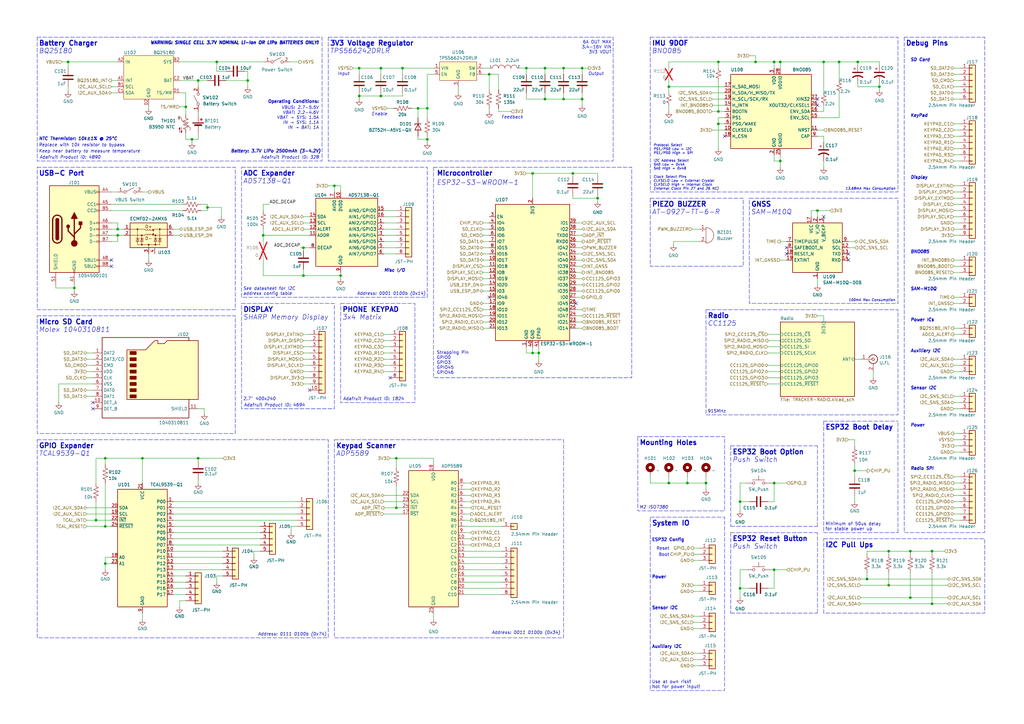
<source format=kicad_sch>
(kicad_sch (version 20230121) (generator eeschema)
  (paper "A3")
  (title_block (title "Tracker") (date "2023-09-19") (rev "A") (comment 4 "Author: Peter Giannetos"))
  (lib_symbols
    (symbol "ADC_Texas:ADS7138-Q1"
      (property "Reference" "U" (at -12.065 14.605 0))
      (property "Value" "ADS7138-Q1" (at 6.985 14.605 0))
      (symbol "ADS7138-Q1_0_0"
        (pin unspecified line (at 15.24 2.54 180) (length 2.54) (name "ANI2/GPIO2") (number "1"))
        (pin unspecified line (at -2.54 15.24 270) (length 2.54) (name "DVDD") (number "10"))
        (pin unspecified line (at -15.24 -2.54 0) (length 2.54) (name "ADDR") (number "11"))
        (pin unspecified line (at -15.24 0 0) (length 2.54) (name "ALERT") (number "12"))
        (pin unspecified line (at -15.24 2.54 0) (length 2.54) (name "SCL") (number "13"))
        (pin unspecified line (at -15.24 5.08 0) (length 2.54) (name "SDA") (number "14"))
        (pin unspecified line (at 15.24 7.62 180) (length 2.54) (name "AIN0/GPIO0") (number "15"))
        (pin unspecified line (at 15.24 5.08 180) (length 2.54) (name "AIN1/GPIO1") (number "16"))
        (pin unspecified line (at 15.24 0 180) (length 2.54) (name "AIN3/GPIO3") (number "2"))
        (pin unspecified line (at 15.24 -2.54 180) (length 2.54) (name "AIN4/GPIO4") (number "3"))
        (pin unspecified line (at 15.24 -5.08 180) (length 2.54) (name "AIN5/GPIO5") (number "4"))
        (pin unspecified line (at 15.24 -7.62 180) (length 2.54) (name "AIN6/GPIO6") (number "5"))
        (pin unspecified line (at 15.24 -10.16 180) (length 2.54) (name "AIN7/GPIO7") (number "6"))
        (pin unspecified line (at -5.08 15.24 270) (length 2.54) (name "AVDD") (number "7"))
        (pin unspecified line (at -15.24 -7.62 0) (length 2.54) (name "DECAP") (number "8"))
        (pin unspecified line (at -2.54 -17.78 90) (length 2.54) (name "GND") (number "9"))
      )
      (symbol "ADS7138-Q1_1_0"
        (pin unspecified line (at -2.54 -17.78 90) (length 2.54) hide (name "EPAD") (number "17"))
      )
    )
    (symbol "Battery_Management_Texas:BQ25180"
      (property "Reference" "U" (at -9.525 11.43 0))
      (property "Value" "BQ25180" (at 5.08 11.43 0))
      (symbol "BQ25180_0_0"
        (pin output line (at -12.7 0 0) (length 2.54) (name "INT") (number "A1"))
        (pin power_in line (at -12.7 7.62 0) (length 2.54) (name "IN") (number "A2"))
        (pin bidirectional line (at -12.7 -2.54 0) (length 2.54) (name "SCL") (number "B1"))
        (pin power_in line (at 12.7 7.62 180) (length 2.54) (name "SYS") (number "B2"))
        (pin bidirectional line (at -12.7 -5.08 0) (length 2.54) (name "SDA") (number "C1"))
        (pin power_in line (at 12.7 0 180) (length 2.54) (name "BAT") (number "C2"))
        (pin bidirectional line (at 12.7 -5.08 180) (length 2.54) (name "TS/MR") (number "D1"))
        (pin power_in line (at 0 -10.16 90) (length 2.54) (name "GND") (number "D2"))
      )
    )
    (symbol "Connector:Conn_Coaxial" (pin_names (offset 1.016) hide)
      (property "Reference" "J" (at 0.254 3.048 0))
      (property "Value" "Conn_Coaxial" (at 2.921 0 90))
      (symbol "Conn_Coaxial_1_1"
        (pin passive line (at -5.08 0 0) (length 2.54) (name "In") (number "1"))
        (pin passive line (at 0 -5.08 90) (length 2.54) (name "Ext") (number "2"))
      )
    )
    (symbol "Connector:Micro_SD_Card_Det2"
      (property "Reference" "J" (at -16.51 17.78 0))
      (property "Value" "Micro_SD_Card_Det2" (at 16.51 17.78 0))
      (symbol "Micro_SD_Card_Det2_1_1"
        (pin bidirectional line (at -22.86 10.16 0) (length 3.81) (name "DAT2") (number "1"))
        (pin passive line (at -22.86 -10.16 0) (length 3.81) (name "DET_A") (number "10"))
        (pin passive line (at 20.32 -12.7 180) (length 3.81) (name "SHIELD") (number "11"))
        (pin bidirectional line (at -22.86 7.62 0) (length 3.81) (name "DAT3/CD") (number "2"))
        (pin input line (at -22.86 5.08 0) (length 3.81) (name "CMD") (number "3"))
        (pin power_in line (at -22.86 2.54 0) (length 3.81) (name "VDD") (number "4"))
        (pin input line (at -22.86 0 0) (length 3.81) (name "CLK") (number "5"))
        (pin power_in line (at -22.86 -2.54 0) (length 3.81) (name "VSS") (number "6"))
        (pin bidirectional line (at -22.86 -5.08 0) (length 3.81) (name "DAT0") (number "7"))
        (pin bidirectional line (at -22.86 -7.62 0) (length 3.81) (name "DAT1") (number "8"))
        (pin passive line (at -22.86 -12.7 0) (length 3.81) (name "DET_B") (number "9"))
      )
    )
    (symbol "Connector:USB_C_Receptacle_USB2.0" (pin_names (offset 1.016))
      (property "Reference" "J101" (at 0 19.05 0))
      (property "Value" "1054500101" (at 7.62 -19.05 0))
      (symbol "USB_C_Receptacle_USB2.0_1_0"
        (pin no_connect line (at 12.7 -10.16 180) (length 2.54) hide (name "NC") (number "A10"))
        (pin no_connect line (at 12.7 -10.16 180) (length 2.54) hide (name "NC") (number "A11"))
        (pin no_connect line (at 12.7 -10.16 180) (length 2.54) hide (name "NC") (number "A2"))
        (pin no_connect line (at 12.7 -10.16 180) (length 2.54) hide (name "NC") (number "A3"))
        (pin no_connect line (at 12.7 -10.16 180) (length 2.54) hide (name "NC") (number "B10"))
        (pin no_connect line (at 12.7 -10.16 180) (length 2.54) hide (name "NC") (number "B11"))
        (pin no_connect line (at 12.7 -10.16 180) (length 2.54) hide (name "NC") (number "B2"))
        (pin no_connect line (at 12.7 -10.16 180) (length 2.54) hide (name "NC") (number "B3"))
      )
      (symbol "USB_C_Receptacle_USB2.0_1_1"
        (pin passive line (at 0 -22.86 90) (length 5.08) (name "GND") (number "A1"))
        (pin passive line (at 0 -22.86 90) (length 5.08) hide (name "GND") (number "A12"))
        (pin passive line (at 15.24 15.24 180) (length 5.08) (name "VBUS") (number "A4"))
        (pin bidirectional line (at 15.24 10.16 180) (length 5.08) (name "CC1") (number "A5"))
        (pin bidirectional line (at 15.24 2.54 180) (length 5.08) (name "D+") (number "A6"))
        (pin bidirectional line (at 15.24 -2.54 180) (length 5.08) (name "D-") (number "A7"))
        (pin bidirectional line (at 15.24 -12.7 180) (length 5.08) (name "SBU1") (number "A8"))
        (pin passive line (at 15.24 15.24 180) (length 5.08) hide (name "VBUS") (number "A9"))
        (pin passive line (at 0 -22.86 90) (length 5.08) hide (name "GND") (number "B1"))
        (pin passive line (at 0 -22.86 90) (length 5.08) hide (name "GND") (number "B12"))
        (pin passive line (at 15.24 15.24 180) (length 5.08) hide (name "VBUS") (number "B4"))
        (pin bidirectional line (at 15.24 7.62 180) (length 5.08) (name "CC2") (number "B5"))
        (pin bidirectional line (at 15.24 0 180) (length 5.08) (name "D+") (number "B6"))
        (pin bidirectional line (at 15.24 -5.08 180) (length 5.08) (name "D-") (number "B7"))
        (pin bidirectional line (at 15.24 -15.24 180) (length 5.08) (name "SBU2") (number "B8"))
        (pin passive line (at 15.24 15.24 180) (length 5.08) hide (name "VBUS") (number "B9"))
        (pin passive line (at -7.62 -22.86 90) (length 5.08) (name "SHIELD") (number "S1"))
      )
    )
    (symbol "Connector_Generic:Conn_01x01" (pin_names (offset 1.016) hide)
      (property "Reference" "J" (at 0 2.54 0))
      (property "Value" "Conn_01x01" (at 0 -2.54 0))
      (symbol "Conn_01x01_1_1"
        (pin passive line (at -5.08 0 0) (length 3.81) (name "Pin_1") (number "1"))
      )
    )
    (symbol "Connector_Generic:Conn_01x02" (pin_names (offset 1.016) hide)
      (property "Reference" "J" (at 0 2.54 0))
      (property "Value" "Conn_01x02" (at 0 -5.08 0))
      (symbol "Conn_01x02_1_1"
        (pin passive line (at -5.08 0 0) (length 3.81) (name "Pin_1") (number "1"))
        (pin passive line (at -5.08 -2.54 0) (length 3.81) (name "Pin_2") (number "2"))
      )
    )
    (symbol "Connector_Generic:Conn_01x03" (pin_names (offset 1.016) hide)
      (property "Reference" "J" (at 0 5.08 0))
      (property "Value" "Conn_01x03" (at 0 -5.08 0))
      (symbol "Conn_01x03_1_1"
        (pin passive line (at -5.08 2.54 0) (length 3.81) (name "Pin_1") (number "1"))
        (pin passive line (at -5.08 0 0) (length 3.81) (name "Pin_2") (number "2"))
        (pin passive line (at -5.08 -2.54 0) (length 3.81) (name "Pin_3") (number "3"))
      )
    )
    (symbol "Connector_Generic:Conn_01x04" (pin_names (offset 1.016) hide)
      (property "Reference" "J" (at 0 5.08 0))
      (property "Value" "Conn_01x04" (at 0 -7.62 0))
      (symbol "Conn_01x04_1_1"
        (pin passive line (at -5.08 2.54 0) (length 3.81) (name "Pin_1") (number "1"))
        (pin passive line (at -5.08 0 0) (length 3.81) (name "Pin_2") (number "2"))
        (pin passive line (at -5.08 -2.54 0) (length 3.81) (name "Pin_3") (number "3"))
        (pin passive line (at -5.08 -5.08 0) (length 3.81) (name "Pin_4") (number "4"))
      )
    )
    (symbol "Connector_Generic:Conn_01x05" (pin_names (offset 1.016) hide)
      (property "Reference" "J" (at 0 7.62 0))
      (property "Value" "Conn_01x05" (at 0 -7.62 0))
      (symbol "Conn_01x05_1_1"
        (pin passive line (at -5.08 5.08 0) (length 3.81) (name "Pin_1") (number "1"))
        (pin passive line (at -5.08 2.54 0) (length 3.81) (name "Pin_2") (number "2"))
        (pin passive line (at -5.08 0 0) (length 3.81) (name "Pin_3") (number "3"))
        (pin passive line (at -5.08 -2.54 0) (length 3.81) (name "Pin_4") (number "4"))
        (pin passive line (at -5.08 -5.08 0) (length 3.81) (name "Pin_5") (number "5"))
      )
    )
    (symbol "Connector_Generic:Conn_01x06" (pin_names (offset 1.016) hide)
      (property "Reference" "J" (at 0 7.62 0))
      (property "Value" "Conn_01x06" (at 0 -10.16 0))
      (symbol "Conn_01x06_1_1"
        (pin passive line (at -5.08 5.08 0) (length 3.81) (name "Pin_1") (number "1"))
        (pin passive line (at -5.08 2.54 0) (length 3.81) (name "Pin_2") (number "2"))
        (pin passive line (at -5.08 0 0) (length 3.81) (name "Pin_3") (number "3"))
        (pin passive line (at -5.08 -2.54 0) (length 3.81) (name "Pin_4") (number "4"))
        (pin passive line (at -5.08 -5.08 0) (length 3.81) (name "Pin_5") (number "5"))
        (pin passive line (at -5.08 -7.62 0) (length 3.81) (name "Pin_6") (number "6"))
      )
    )
    (symbol "Connector_Generic:Conn_01x07" (pin_names (offset 1.016) hide)
      (property "Reference" "J" (at 0 10.16 0))
      (property "Value" "Conn_01x07" (at 0 -10.16 0))
      (symbol "Conn_01x07_1_1"
        (pin passive line (at -5.08 7.62 0) (length 3.81) (name "Pin_1") (number "1"))
        (pin passive line (at -5.08 5.08 0) (length 3.81) (name "Pin_2") (number "2"))
        (pin passive line (at -5.08 2.54 0) (length 3.81) (name "Pin_3") (number "3"))
        (pin passive line (at -5.08 0 0) (length 3.81) (name "Pin_4") (number "4"))
        (pin passive line (at -5.08 -2.54 0) (length 3.81) (name "Pin_5") (number "5"))
        (pin passive line (at -5.08 -5.08 0) (length 3.81) (name "Pin_6") (number "6"))
        (pin passive line (at -5.08 -7.62 0) (length 3.81) (name "Pin_7") (number "7"))
      )
    )
    (symbol "Connector_Generic:Conn_01x08" (pin_names (offset 1.016) hide)
      (property "Reference" "J" (at 0 10.16 0))
      (property "Value" "Conn_01x08" (at 0 -12.7 0))
      (symbol "Conn_01x08_1_1"
        (pin passive line (at -5.08 7.62 0) (length 3.81) (name "Pin_1") (number "1"))
        (pin passive line (at -5.08 5.08 0) (length 3.81) (name "Pin_2") (number "2"))
        (pin passive line (at -5.08 2.54 0) (length 3.81) (name "Pin_3") (number "3"))
        (pin passive line (at -5.08 0 0) (length 3.81) (name "Pin_4") (number "4"))
        (pin passive line (at -5.08 -2.54 0) (length 3.81) (name "Pin_5") (number "5"))
        (pin passive line (at -5.08 -5.08 0) (length 3.81) (name "Pin_6") (number "6"))
        (pin passive line (at -5.08 -7.62 0) (length 3.81) (name "Pin_7") (number "7"))
        (pin passive line (at -5.08 -10.16 0) (length 3.81) (name "Pin_8") (number "8"))
      )
    )
    (symbol "Connector_Generic:Conn_01x09" (pin_names (offset 1.016) hide)
      (property "Reference" "J" (at 0 12.7 0))
      (property "Value" "Conn_01x09" (at 0 -12.7 0))
      (symbol "Conn_01x09_1_1"
        (pin passive line (at -5.08 10.16 0) (length 3.81) (name "Pin_1") (number "1"))
        (pin passive line (at -5.08 7.62 0) (length 3.81) (name "Pin_2") (number "2"))
        (pin passive line (at -5.08 5.08 0) (length 3.81) (name "Pin_3") (number "3"))
        (pin passive line (at -5.08 2.54 0) (length 3.81) (name "Pin_4") (number "4"))
        (pin passive line (at -5.08 0 0) (length 3.81) (name "Pin_5") (number "5"))
        (pin passive line (at -5.08 -2.54 0) (length 3.81) (name "Pin_6") (number "6"))
        (pin passive line (at -5.08 -5.08 0) (length 3.81) (name "Pin_7") (number "7"))
        (pin passive line (at -5.08 -7.62 0) (length 3.81) (name "Pin_8") (number "8"))
        (pin passive line (at -5.08 -10.16 0) (length 3.81) (name "Pin_9") (number "9"))
      )
    )
    (symbol "Connector_Generic:Conn_01x10" (pin_names (offset 1.016) hide)
      (property "Reference" "J" (at 0 12.7 0))
      (property "Value" "Conn_01x10" (at 0 -15.24 0))
      (symbol "Conn_01x10_1_1"
        (pin passive line (at -5.08 10.16 0) (length 3.81) (name "Pin_1") (number "1"))
        (pin passive line (at -5.08 -12.7 0) (length 3.81) (name "Pin_10") (number "10"))
        (pin passive line (at -5.08 7.62 0) (length 3.81) (name "Pin_2") (number "2"))
        (pin passive line (at -5.08 5.08 0) (length 3.81) (name "Pin_3") (number "3"))
        (pin passive line (at -5.08 2.54 0) (length 3.81) (name "Pin_4") (number "4"))
        (pin passive line (at -5.08 0 0) (length 3.81) (name "Pin_5") (number "5"))
        (pin passive line (at -5.08 -2.54 0) (length 3.81) (name "Pin_6") (number "6"))
        (pin passive line (at -5.08 -5.08 0) (length 3.81) (name "Pin_7") (number "7"))
        (pin passive line (at -5.08 -7.62 0) (length 3.81) (name "Pin_8") (number "8"))
        (pin passive line (at -5.08 -10.16 0) (length 3.81) (name "Pin_9") (number "9"))
      )
    )
    (symbol "Device:Battery_Cell" (pin_numbers hide) (pin_names (offset 0) hide)
      (property "Reference" "BT" (at 2.54 2.54 0))
      (property "Value" "Battery_Cell" (at 2.54 0 0))
      (symbol "Battery_Cell_1_1"
        (pin passive line (at 0 5.08 270) (length 2.54) (name "+") (number "1"))
        (pin passive line (at 0 -2.54 90) (length 2.54) (name "-") (number "2"))
      )
    )
    (symbol "Device:Buzzer" (pin_names (offset 0.0254) hide)
      (property "Reference" "BZ" (at 3.81 1.27 0))
      (property "Value" "Buzzer" (at 3.81 -1.27 0))
      (symbol "Buzzer_1_1"
        (pin passive line (at -2.54 2.54 0) (length 2.54) (name "-") (number "1"))
        (pin passive line (at -2.54 -2.54 0) (length 2.54) (name "+") (number "2"))
      )
    )
    (symbol "Device:C" (pin_numbers hide) (pin_names (offset 0.254))
      (property "Reference" "C" (at 0.635 2.54 0))
      (property "Value" "C" (at 0.635 -2.54 0))
      (symbol "C_1_1"
        (pin passive line (at 0 3.81 270) (length 2.794) (name "~") (number "1"))
        (pin passive line (at 0 -3.81 90) (length 2.794) (name "~") (number "2"))
      )
    )
    (symbol "Device:C_Polarized_US" (pin_numbers hide) (pin_names (offset 0.254) hide)
      (property "Reference" "C" (at 0.635 2.54 0))
      (property "Value" "C_Polarized_US" (at 0.635 -2.54 0))
      (symbol "C_Polarized_US_1_1"
        (pin passive line (at 0 3.81 270) (length 2.794) (name "~") (number "1"))
        (pin passive line (at 0 -3.81 90) (length 3.302) (name "~") (number "2"))
      )
    )
    (symbol "Device:D_Zener" (pin_numbers hide) (pin_names (offset 1.016) hide)
      (property "Reference" "D" (at 0 2.54 0))
      (property "Value" "D_Zener" (at 0 -2.54 0))
      (symbol "D_Zener_1_1"
        (pin passive line (at -3.81 0 0) (length 2.54) (name "K") (number "1"))
        (pin passive line (at 3.81 0 180) (length 2.54) (name "A") (number "2"))
      )
    )
    (symbol "Device:R_Small_US" (pin_numbers hide) (pin_names (offset 0.254) hide)
      (property "Reference" "R" (at 0.762 0.508 0))
      (property "Value" "R_Small_US" (at 0.762 -1.016 0))
      (symbol "R_Small_US_1_1"
        (pin passive line (at 0 2.54 270) (length 1.016) (name "~") (number "1"))
        (pin passive line (at 0 -2.54 90) (length 1.016) (name "~") (number "2"))
      )
    )
    (symbol "Device:R_US" (pin_numbers hide) (pin_names (offset 0))
      (property "Reference" "R" (at 2.54 0 90))
      (property "Value" "R_US" (at -2.54 0 90))
      (symbol "R_US_1_1"
        (pin passive line (at 0 3.81 270) (length 1.27) (name "~") (number "1"))
        (pin passive line (at 0 -3.81 90) (length 1.27) (name "~") (number "2"))
      )
    )
    (symbol "Device:Thermistor_NTC_US" (pin_numbers hide) (pin_names (offset 0))
      (property "Reference" "TH" (at -4.445 0 90))
      (property "Value" "Thermistor_NTC_US" (at 3.175 0 90))
      (symbol "Thermistor_NTC_US_1_1"
        (pin passive line (at 0 3.81 270) (length 1.27) (name "~") (number "1"))
        (pin passive line (at 0 -3.81 90) (length 1.27) (name "~") (number "2"))
      )
    )
    (symbol "Expander_Analog:ADP5589"
      (property "Reference" "U" (at -9.525 29.21 0))
      (property "Value" "ADP5589" (at 6.35 29.21 0))
      (symbol "ADP5589_0_0"
        (pin unspecified line (at 12.7 5.08 180) (length 2.54) (name "R7") (number "1"))
        (pin unspecified line (at 12.7 0 180) (length 2.54) (name "C1") (number "10"))
        (pin unspecified line (at 12.7 -2.54 180) (length 2.54) (name "C2") (number "11"))
        (pin unspecified line (at 12.7 -5.08 180) (length 2.54) (name "C3") (number "12"))
        (pin unspecified line (at 12.7 -7.62 180) (length 2.54) (name "C4") (number "13"))
        (pin unspecified line (at 12.7 -10.16 180) (length 2.54) (name "C5") (number "14"))
        (pin unspecified line (at 12.7 -12.7 180) (length 2.54) (name "C6") (number "15"))
        (pin unspecified line (at 12.7 -15.24 180) (length 2.54) (name "C7") (number "16"))
        (pin unspecified line (at 0 30.48 270) (length 2.54) (name "VDD") (number "18"))
        (pin unspecified line (at 12.7 -17.78 180) (length 2.54) (name "C8") (number "19"))
        (pin unspecified line (at 12.7 7.62 180) (length 2.54) (name "R6") (number "2"))
        (pin unspecified line (at 12.7 -20.32 180) (length 2.54) (name "C9") (number "20"))
        (pin unspecified line (at 12.7 -22.86 180) (length 2.54) (name "C10") (number "21"))
        (pin unspecified line (at -12.7 17.78 0) (length 2.54) (name "SDA") (number "22"))
        (pin unspecified line (at -12.7 15.24 0) (length 2.54) (name "SCL") (number "23"))
        (pin unspecified line (at 12.7 10.16 180) (length 2.54) (name "R5") (number "3"))
        (pin unspecified line (at 12.7 12.7 180) (length 2.54) (name "R4") (number "4"))
        (pin unspecified line (at 12.7 15.24 180) (length 2.54) (name "R3") (number "5"))
        (pin unspecified line (at 12.7 17.78 180) (length 2.54) (name "R2") (number "6"))
        (pin unspecified line (at 12.7 20.32 180) (length 2.54) (name "R1") (number "7"))
        (pin unspecified line (at 12.7 22.86 180) (length 2.54) (name "R0") (number "8"))
        (pin unspecified line (at 12.7 2.54 180) (length 2.54) (name "C0") (number "9"))
      )
      (symbol "ADP5589_1_0"
        (pin unspecified line (at -12.7 10.16 0) (length 2.54) (name "~{RST}") (number "17"))
        (pin unspecified line (at -12.7 12.7 0) (length 2.54) (name "~{INT}") (number "24"))
        (pin unspecified line (at 0 -30.48 90) (length 2.54) (name "GND") (number "25"))
      )
    )
    (symbol "Expander_Texas:TCAL9539-Q1"
      (property "Reference" "U101" (at -10.16 24.765 0))
      (property "Value" "TCAL9539-Q1" (at 3.175 24.765 0))
      (symbol "TCAL9539-Q1_0_0"
        (pin bidirectional line (at 12.7 17.78 180) (length 2.54) (name "P00") (number "1"))
        (pin bidirectional line (at 12.7 -2.54 180) (length 2.54) (name "P10") (number "10"))
        (pin bidirectional line (at 12.7 -5.08 180) (length 2.54) (name "P11") (number "11"))
        (pin bidirectional line (at 12.7 -7.62 180) (length 2.54) (name "P12") (number "12"))
        (pin bidirectional line (at 12.7 -10.16 180) (length 2.54) (name "P13") (number "13"))
        (pin bidirectional line (at 12.7 -12.7 180) (length 2.54) (name "P14") (number "14"))
        (pin bidirectional line (at 12.7 -15.24 180) (length 2.54) (name "P15") (number "15"))
        (pin bidirectional line (at 12.7 -17.78 180) (length 2.54) (name "P16") (number "16"))
        (pin bidirectional line (at 12.7 -20.32 180) (length 2.54) (name "P17") (number "17"))
        (pin input line (at -12.7 -5.08 0) (length 2.54) (name "A0") (number "18"))
        (pin input line (at -12.7 12.7 0) (length 2.54) (name "SCL") (number "19"))
        (pin bidirectional line (at 12.7 15.24 180) (length 2.54) (name "P01") (number "2"))
        (pin bidirectional line (at -12.7 15.24 0) (length 2.54) (name "SDA") (number "20"))
        (pin power_in line (at 0 25.4 270) (length 2.54) (name "VCC") (number "21"))
        (pin output line (at -12.7 10.16 0) (length 2.54) (name "~{INT}") (number "22"))
        (pin input line (at -12.7 -7.62 0) (length 2.54) (name "A1") (number "23"))
        (pin input line (at -12.7 7.62 0) (length 2.54) (name "~{RESET}") (number "24"))
        (pin bidirectional line (at 12.7 12.7 180) (length 2.54) (name "P02") (number "3"))
        (pin input line (at 12.7 10.16 180) (length 2.54) (name "P03") (number "4"))
        (pin bidirectional line (at 12.7 7.62 180) (length 2.54) (name "P04") (number "5"))
        (pin bidirectional line (at 12.7 5.08 180) (length 2.54) (name "P05") (number "6"))
        (pin bidirectional line (at 12.7 2.54 180) (length 2.54) (name "P06") (number "7"))
        (pin bidirectional line (at 12.7 0 180) (length 2.54) (name "P07") (number "8"))
        (pin power_in line (at 0 -27.94 90) (length 2.54) (name "GND") (number "9"))
      )
      (symbol "TCAL9539-Q1_1_0"
        (pin power_in line (at 0 -27.94 90) (length 2.54) hide (name "GND") (number "25"))
      )
    )
    (symbol "GND_1" (power) (pin_names (offset 0))
      (property "Value" "GND_1" (at 0 -3.81 0))
      (symbol "GND_1_1_1"
        (pin power_in line (at 0 0 270) (length 0) hide (name "GND") (number "1"))
      )
    )
    (symbol "GND_10" (power) (pin_names (offset 0))
      (property "Value" "GND_10" (at 0 -3.81 0))
      (symbol "GND_10_1_1"
        (pin power_in line (at 0 0 270) (length 0) hide (name "GND") (number "1"))
      )
    )
    (symbol "GND_11" (power) (pin_names (offset 0))
      (property "Value" "GND_11" (at 0 -3.81 0))
      (symbol "GND_11_1_1"
        (pin power_in line (at 0 0 270) (length 0) hide (name "GND") (number "1"))
      )
    )
    (symbol "GND_2" (power) (pin_names (offset 0))
      (property "Value" "GND_2" (at 0 -3.81 0))
      (symbol "GND_2_1_1"
        (pin power_in line (at 0 0 270) (length 0) hide (name "GND") (number "1"))
      )
    )
    (symbol "GND_3" (power) (pin_names (offset 0))
      (property "Value" "GND_3" (at 0 -3.81 0))
      (symbol "GND_3_1_1"
        (pin power_in line (at 0 0 270) (length 0) hide (name "GND") (number "1"))
      )
    )
    (symbol "GND_4" (power) (pin_names (offset 0))
      (property "Value" "GND_4" (at 0 -3.81 0))
      (symbol "GND_4_1_1"
        (pin power_in line (at 0 0 270) (length 0) hide (name "GND") (number "1"))
      )
    )
    (symbol "GND_5" (power) (pin_names (offset 0))
      (property "Value" "GND_5" (at 0 -3.81 0))
      (symbol "GND_5_1_1"
        (pin power_in line (at 0 0 270) (length 0) hide (name "GND") (number "1"))
      )
    )
    (symbol "GND_6" (power) (pin_names (offset 0))
      (property "Value" "GND_6" (at 0 -3.81 0))
      (symbol "GND_6_1_1"
        (pin power_in line (at 0 0 270) (length 0) hide (name "GND") (number "1"))
      )
    )
    (symbol "GND_7" (power) (pin_names (offset 0))
      (property "Value" "GND_7" (at 0 -3.81 0))
      (symbol "GND_7_1_1"
        (pin power_in line (at 0 0 270) (length 0) hide (name "GND") (number "1"))
      )
    )
    (symbol "GND_8" (power) (pin_names (offset 0))
      (property "Value" "GND_8" (at 0 -3.81 0))
      (symbol "GND_8_1_1"
        (pin power_in line (at 0 0 270) (length 0) hide (name "GND") (number "1"))
      )
    )
    (symbol "GND_9" (power) (pin_names (offset 0))
      (property "Value" "GND_9" (at 0 -3.81 0))
      (symbol "GND_9_1_1"
        (pin power_in line (at 0 0 270) (length 0) hide (name "GND") (number "1"))
      )
    )
    (symbol "MCU_ESP32:ESP32-S3-WROOM-1U"
      (property "Reference" "U" (at -15.24 29.21 0))
      (property "Value" "ESP32-S3-WROOM-1U" (at 13.97 29.21 0))
      (symbol "ESP32-S3-WROOM-1U_1_1"
        (pin power_in line (at -2.54 -30.48 90) (length 2.54) (name "GND") (number "1"))
        (pin bidirectional line (at -17.78 5.08 0) (length 2.54) (name "IO17") (number "10"))
        (pin bidirectional line (at -17.78 2.54 0) (length 2.54) (name "IO18") (number "11"))
        (pin bidirectional line (at -17.78 0 0) (length 2.54) (name "IO8") (number "12"))
        (pin bidirectional line (at -17.78 -2.54 0) (length 2.54) (name "IO19") (number "13"))
        (pin bidirectional line (at -17.78 -5.08 0) (length 2.54) (name "IO20") (number "14"))
        (pin bidirectional line (at -17.78 -7.62 0) (length 2.54) (name "IO3") (number "15"))
        (pin bidirectional line (at -17.78 -10.16 0) (length 2.54) (name "IO46") (number "16"))
        (pin bidirectional line (at -17.78 -12.7 0) (length 2.54) (name "IO9") (number "17"))
        (pin bidirectional line (at -17.78 -15.24 0) (length 2.54) (name "IO10") (number "18"))
        (pin bidirectional line (at -17.78 -17.78 0) (length 2.54) (name "IO11") (number "19"))
        (pin power_in line (at 0 30.48 270) (length 2.54) (name "3V3") (number "2"))
        (pin bidirectional line (at -17.78 -20.32 0) (length 2.54) (name "IO12") (number "20"))
        (pin bidirectional line (at -17.78 -22.86 0) (length 2.54) (name "IO13") (number "21"))
        (pin bidirectional line (at 17.78 -22.86 180) (length 2.54) (name "IO14") (number "22"))
        (pin bidirectional line (at 17.78 -20.32 180) (length 2.54) (name "IO21") (number "23"))
        (pin bidirectional line (at 17.78 -17.78 180) (length 2.54) (name "IO47") (number "24"))
        (pin bidirectional line (at 17.78 -15.24 180) (length 2.54) (name "IO48") (number "25"))
        (pin bidirectional line (at 17.78 -12.7 180) (length 2.54) (name "IO45") (number "26"))
        (pin bidirectional line (at 17.78 -10.16 180) (length 2.54) (name "IO0") (number "27"))
        (pin bidirectional line (at 17.78 -7.62 180) (length 2.54) (name "IO35") (number "28"))
        (pin bidirectional line (at 17.78 -5.08 180) (length 2.54) (name "IO36") (number "29"))
        (pin input line (at -17.78 22.86 0) (length 2.54) (name "EN") (number "3"))
        (pin bidirectional line (at 17.78 -2.54 180) (length 2.54) (name "IO37") (number "30"))
        (pin bidirectional line (at 17.78 0 180) (length 2.54) (name "IO38") (number "31"))
        (pin bidirectional line (at 17.78 2.54 180) (length 2.54) (name "IO39") (number "32"))
        (pin bidirectional line (at 17.78 5.08 180) (length 2.54) (name "IO40") (number "33"))
        (pin bidirectional line (at 17.78 7.62 180) (length 2.54) (name "IO41") (number "34"))
        (pin bidirectional line (at 17.78 10.16 180) (length 2.54) (name "IO42") (number "35"))
        (pin bidirectional line (at 17.78 12.7 180) (length 2.54) (name "RXD0") (number "36"))
        (pin bidirectional line (at 17.78 15.24 180) (length 2.54) (name "TXD0") (number "37"))
        (pin bidirectional line (at 17.78 17.78 180) (length 2.54) (name "IO2") (number "38"))
        (pin bidirectional line (at 17.78 20.32 180) (length 2.54) (name "IO1") (number "39"))
        (pin bidirectional line (at -17.78 20.32 0) (length 2.54) (name "IO4") (number "4"))
        (pin power_in line (at 0 -30.48 90) (length 2.54) (name "GND") (number "40"))
        (pin power_out line (at 2.54 -30.48 90) (length 2.54) (name "EPAD") (number "41"))
        (pin bidirectional line (at -17.78 17.78 0) (length 2.54) (name "IO5") (number "5"))
        (pin bidirectional line (at -17.78 15.24 0) (length 2.54) (name "IO6") (number "6"))
        (pin bidirectional line (at -17.78 12.7 0) (length 2.54) (name "IO7") (number "7"))
        (pin bidirectional line (at -17.78 10.16 0) (length 2.54) (name "IO15") (number "8"))
        (pin bidirectional line (at -17.78 7.62 0) (length 2.54) (name "IO16") (number "9"))
      )
    )
    (symbol "Mechanical:MountingHole_Pad" (pin_numbers hide) (pin_names (offset 1.016) hide)
      (property "Reference" "H" (at 0 6.35 0))
      (property "Value" "MountingHole_Pad" (at 0 4.445 0))
      (symbol "MountingHole_Pad_1_1"
        (pin input line (at 0 -2.54 90) (length 2.54) (name "1") (number "1"))
      )
    )
    (symbol "Power_Protection:ECMF02-2AMX6" (pin_names (offset 0.0254) hide)
      (property "Reference" "U" (at 0 10.16 0))
      (property "Value" "ECMF02-2AMX6" (at 0 7.62 0))
      (symbol "ECMF02-2AMX6_0_1"
        (text "D+" (at 0 3.556 0) (effects (font (size 1.27 1.27))))
        (text "D-" (at 0 -1.27 0) (effects (font (size 1.27 1.27))))
      )
      (symbol "ECMF02-2AMX6_1_1"
        (pin passive line (at -10.16 2.54 0) (length 2.54) (name "D+_in") (number "1"))
        (pin passive line (at -10.16 0 0) (length 2.54) (name "D-_in") (number "2"))
        (pin power_in line (at 0 -7.62 90) (length 2.54) (name "GND") (number "3"))
        (pin free line (at 2.54 -7.62 90) (length 2.54) (name "NC") (number "4"))
        (pin passive line (at 10.16 0 180) (length 2.54) (name "D-_out") (number "5"))
        (pin passive line (at 10.16 2.54 180) (length 2.54) (name "D+_out") (number "6"))
      )
    )
    (symbol "RF_GPS:SAM-M10Q"
      (property "Reference" "U" (at -10.16 12.7 0))
      (property "Value" "SAM-M10Q-00B" (at 0 0 0))
      (symbol "SAM-M10Q_0_0"
        (pin power_in line (at 0 -12.7 90) (length 2.54) (name "GND") (number "1"))
        (pin input line (at 12.7 0 180) (length 2.54) (name "SCL") (number "12"))
        (pin output line (at 12.7 -2.54 180) (length 2.54) (name "TXD") (number "13"))
        (pin input line (at 12.7 -5.08 180) (length 2.54) (name "RXD") (number "14"))
        (pin power_in line (at -2.54 12.7 270) (length 2.54) (name "VCC") (number "17"))
        (pin input line (at -12.7 -2.54 0) (length 2.54) (name "RESET_N") (number "18"))
        (pin input line (at -12.7 -5.08 0) (length 2.54) (name "EXTINT") (number "19"))
        (pin power_in line (at 0 12.7 270) (length 2.54) (name "V_IO") (number "2"))
        (pin power_in line (at 2.54 12.7 270) (length 2.54) (name "V_BCKP") (number "3"))
        (pin output line (at -12.7 2.54 0) (length 2.54) (name "TIMEPULSE") (number "7"))
        (pin power_in line (at -12.7 0 0) (length 2.54) (name "SAFEBOOT_N") (number "8"))
        (pin bidirectional line (at 12.7 2.54 180) (length 2.54) (name "SDA") (number "9"))
      )
      (symbol "SAM-M10Q_1_0"
        (pin power_in line (at 0 -12.7 90) (length 2.54) hide (name "GND") (number "10"))
        (pin power_in line (at 0 -12.7 90) (length 2.54) hide (name "GND") (number "11"))
        (pin power_in line (at 0 -12.7 90) (length 2.54) hide (name "GND") (number "15"))
        (pin power_in line (at 0 -12.7 90) (length 2.54) hide (name "GND") (number "16"))
        (pin power_in line (at 0 -12.7 90) (length 2.54) hide (name "GND") (number "20"))
        (pin power_in line (at 0 -12.7 90) (length 2.54) hide (name "GND") (number "4"))
        (pin power_in line (at 0 -12.7 90) (length 2.54) hide (name "GND") (number "5"))
        (pin power_in line (at 0 -12.7 90) (length 2.54) hide (name "GND") (number "6"))
      )
    )
    (symbol "Sensors_Motion_CEVA:BNO086"
      (property "Reference" "U107" (at -12.7 14.605 0))
      (property "Value" "BNO085" (at 13.97 14.605 0))
      (symbol "BNO086_1_0"
        (pin no_connect line (at 20.32 5.08 180) (length 2.54) hide (name "RESV_NC") (number "1"))
        (pin no_connect line (at 20.32 5.08 180) (length 2.54) hide (name "RESV_NC") (number "12"))
        (pin no_connect line (at 20.32 5.08 180) (length 2.54) hide (name "RESV_NC") (number "13"))
        (pin no_connect line (at 20.32 5.08 180) (length 2.54) hide (name "RESV_NC") (number "21"))
        (pin no_connect line (at 20.32 5.08 180) (length 2.54) hide (name "RESV_NC") (number "22"))
        (pin no_connect line (at 20.32 5.08 180) (length 2.54) hide (name "RESV_NC") (number "23"))
        (pin no_connect line (at 20.32 5.08 180) (length 2.54) hide (name "RESV_NC") (number "24"))
        (pin no_connect line (at 20.32 5.08 180) (length 2.54) hide (name "RESV_NC") (number "7"))
        (pin no_connect line (at 20.32 5.08 180) (length 2.54) hide (name "RESV_NC") (number "8"))
      )
      (symbol "BNO086_1_1"
        (pin input line (at -17.78 -10.16 0) (length 2.54) (name "CLKSEL0") (number "10"))
        (pin input line (at 20.32 -10.16 180) (length 2.54) (name "NRST") (number "11"))
        (pin output line (at -17.78 0 0) (length 2.54) (name "H_INTN") (number "14"))
        (pin bidirectional line (at 20.32 -5.08 180) (length 2.54) (name "ENV_SCL") (number "15"))
        (pin bidirectional line (at 20.32 -2.54 180) (length 2.54) (name "ENV_SDA") (number "16"))
        (pin input line (at -17.78 7.62 0) (length 2.54) (name "H_SA0_MOSI") (number "17"))
        (pin input line (at -17.78 -12.7 0) (length 2.54) (name "H_CSN") (number "18"))
        (pin bidirectional line (at -17.78 2.54 0) (length 2.54) (name "H_SCL/SCK/RX") (number "19"))
        (pin power_in line (at 2.54 -20.32 90) (length 2.54) (name "GND") (number "2"))
        (pin bidirectional line (at -17.78 5.08 0) (length 2.54) (name "H_SDA/H_MISO/TX") (number "20"))
        (pin power_in line (at 5.08 -20.32 90) (length 2.54) (name "GNDIO") (number "25"))
        (pin output line (at 20.32 0 180) (length 2.54) (name "XOUT32/CLKSEL1") (number "26"))
        (pin input line (at 20.32 2.54 180) (length 2.54) (name "XIN32") (number "27"))
        (pin power_in line (at 5.08 15.24 270) (length 2.54) (name "VDDIO") (number "28"))
        (pin power_in line (at 2.54 15.24 270) (length 2.54) (name "VDD") (number "3"))
        (pin input line (at -17.78 -2.54 0) (length 2.54) (name "BOOTN") (number "4"))
        (pin input line (at -17.78 -5.08 0) (length 2.54) (name "PS1") (number "5"))
        (pin input line (at -17.78 -7.62 0) (length 2.54) (name "PS0/WAKE") (number "6"))
        (pin passive line (at 20.32 -12.7 180) (length 2.54) (name "CAP") (number "9"))
      )
    )
    (symbol "Switch:SW_Push" (pin_numbers hide) (pin_names (offset 1.016) hide)
      (property "Reference" "SW" (at 1.27 2.54 0))
      (property "Value" "SW_Push" (at 0 -1.524 0))
      (symbol "SW_Push_0_1"
        (pin passive line (at -5.08 0 0) (length 2.54) (name "1") (number "1"))
        (pin passive line (at 5.08 0 180) (length 2.54) (name "2") (number "2"))
      )
    )
    (symbol "Switch:SW_SPST" (pin_names (offset 0) hide)
      (property "Reference" "SW" (at 0 3.175 0))
      (property "Value" "SW_SPST" (at 0 -2.54 0))
      (symbol "SW_SPST_1_1"
        (pin passive line (at -5.08 0 0) (length 2.54) (name "A") (number "1"))
        (pin passive line (at 5.08 0 180) (length 2.54) (name "B") (number "2"))
      )
    )
    (symbol "TI_TPS566242DRLR_1"
      (property "Reference" "U103" (at 0 9.0973 0))
      (property "Value" "TPS566242DRLR" (at 0 6.6731 0))
      (symbol "TI_TPS566242DRLR_1_0_0"
        (pin input line (at -10.16 2.54 0) (length 2.54) (name "VIN") (number "1"))
        (pin output line (at 10.16 2.54 180) (length 2.54) (name "SW") (number "2"))
        (pin power_in line (at 0 -5.08 90) (length 2.54) (name "GND") (number "3"))
        (pin input line (at -10.16 0 0) (length 2.54) (name "EN") (number "5"))
        (pin input line (at 10.16 0 180) (length 2.54) (name "FB") (number "6"))
      )
      (symbol "TI_TPS566242DRLR_1_1_0"
        (pin power_in line (at 0 -5.08 90) (length 2.54) hide (name "AGND") (number "4"))
      )
    )
    (symbol "power:GND" (power) (pin_names (offset 0))
      (property "Value" "GND" (at 0 -3.81 0))
      (symbol "GND_1_1"
        (pin power_in line (at 0 0 270) (length 0) hide (name "GND") (number "1"))
      )
    )
    (symbol "pspice:INDUCTOR" (pin_numbers hide) (pin_names (offset 0))
      (property "Reference" "L" (at 0 2.54 0))
      (property "Value" "INDUCTOR" (at 0 -1.27 0))
      (symbol "INDUCTOR_1_1"
        (pin input line (at -6.35 0 0) (length 1.27) (name "1") (number "1"))
        (pin input line (at 6.35 0 180) (length 1.27) (name "2") (number "2"))
      )
    )
  )
  (junction (at 81.28 187.96))
  (junction (at 281.94 198.12))
  (junction (at 238.76 40.64))
  (junction (at 175.26 44.45))
  (junction (at 364.49 226.06))
  (junction (at 289.56 198.12))
  (junction (at 48.26 93.98))
  (junction (at 351.79 25.4))
  (junction (at 337.82 25.4))
  (junction (at 364.49 240.03))
  (junction (at 171.45 44.45))
  (junction (at 238.76 27.94))
  (junction (at 335.28 86.36))
  (junction (at 156.21 39.37))
  (junction (at 317.5 25.4))
  (junction (at 360.68 35.56))
  (junction (at 43.18 215.9))
  (junction (at 27.94 25.4))
  (junction (at 234.95 71.12))
  (junction (at 355.6 237.49))
  (junction (at 294.64 50.8))
  (junction (at 58.42 187.96))
  (junction (at 294.64 25.4))
  (junction (at 274.32 198.12))
  (junction (at 162.56 208.28))
  (junction (at 88.9 25.4))
  (junction (at 81.28 33.02))
  (junction (at 39.37 213.36))
  (junction (at 344.17 25.4))
  (junction (at 373.38 245.11))
  (junction (at 373.38 226.06))
  (junction (at 274.32 35.56))
  (junction (at 48.26 96.52))
  (junction (at 223.52 40.64))
  (junction (at 78.74 57.15))
  (junction (at 309.88 25.4))
  (junction (at 218.44 71.12))
  (junction (at 101.6 33.02))
  (junction (at 165.1 27.94))
  (junction (at 350.52 193.04))
  (junction (at 382.27 247.65))
  (junction (at 147.32 27.94))
  (junction (at 156.21 27.94))
  (junction (at 218.44 144.78))
  (junction (at 30.48 118.11))
  (junction (at 317.5 198.12))
  (junction (at 162.56 187.96))
  (junction (at 107.95 96.52))
  (junction (at 175.26 57.15))
  (junction (at 124.46 113.03))
  (junction (at 245.11 81.28))
  (junction (at 317.5 233.68))
  (junction (at 303.53 241.3))
  (junction (at 85.09 85.09))
  (junction (at 231.14 27.94))
  (junction (at 137.16 76.2))
  (junction (at 231.14 40.64))
  (junction (at 200.66 30.48))
  (junction (at 223.52 27.94))
  (junction (at 215.9 27.94))
  (junction (at 382.27 226.06))
  (junction (at 220.98 144.78))
  (junction (at 139.7 113.03))
  (junction (at 320.04 66.04))
  (junction (at 43.18 231.14))
  (junction (at 320.04 25.4))
  (junction (at 76.2 43.815))
  (junction (at 303.53 205.74))
  (junction (at 147.32 39.37))
  (junction (at 294.64 45.72))
  (junction (at 43.18 187.96))
  (junction (at 124.46 101.6))
  (no_connect (at 322.58 104.14))
  (no_connect (at 347.98 104.14))
  (no_connect (at 347.98 106.68))
  (no_connect (at 322.58 101.6))
  (no_connect (at 127 160.02))
  (no_connect (at 335.28 40.64))
  (no_connect (at 236.22 124.46))
  (no_connect (at 337.82 88.9))
  (no_connect (at 297.18 55.88))
  (no_connect (at 200.66 121.92))
  (no_connect (at 335.28 43.18))
  (no_connect (at 38.1 167.64))
  (no_connect (at 45.72 106.68))
  (no_connect (at 160.02 154.94))
  (no_connect (at 38.1 165.1))
  (no_connect (at 45.72 109.22))
  (wire (pts (xy 157.48 144.78) (xy 160.02 144.78)))
  (wire (pts (xy 316.23 198.12) (xy 317.5 198.12)))
  (wire (pts (xy 373.38 245.11) (xy 388.62 245.11)))
  (wire (pts (xy 71.12 226.06) (xy 91.44 226.06)))
  (wire (pts (xy 234.95 81.28) (xy 245.11 81.28)))
  (wire (pts (xy 231.14 38.1) (xy 231.14 40.64)))
  (wire (pts (xy 391.16 165.1) (xy 393.7 165.1)))
  (wire (pts (xy 303.53 205.74) (xy 303.53 209.55)))
  (wire (pts (xy 92.71 29.21) (xy 88.9 29.21)))
  (wire (pts (xy 292.1 45.72) (xy 294.64 45.72)))
  (wire (pts (xy 58.42 187.96) (xy 43.18 187.96)))
  (wire (pts (xy 137.16 76.2) (xy 139.7 76.2)))
  (wire (pts (xy 335.28 129.54) (xy 337.82 129.54)))
  (wire (pts (xy 190.5 213.36) (xy 193.04 213.36)))
  (wire (pts (xy 157.48 86.36) (xy 162.56 86.36)))
  (wire (pts (xy 303.53 205.74) (xy 307.34 205.74)))
  (wire (pts (xy 157.48 208.28) (xy 162.56 208.28)))
  (wire (pts (xy 177.8 27.94) (xy 165.1 27.94)))
  (wire (pts (xy 303.53 198.12) (xy 303.53 205.74)))
  (wire (pts (xy 58.42 78.74) (xy 60.96 78.74)))
  (wire (pts (xy 274.32 35.56) (xy 297.18 35.56)))
  (wire (pts (xy 289.56 195.58) (xy 289.56 198.12)))
  (wire (pts (xy 38.1 162.56) (xy 35.56 162.56)))
  (wire (pts (xy 190.5 243.84) (xy 205.74 243.84)))
  (wire (pts (xy 360.68 35.56) (xy 360.68 34.29)))
  (wire (pts (xy 190.5 210.82) (xy 193.04 210.82)))
  (wire (pts (xy 391.16 208.28) (xy 393.7 208.28)))
  (wire (pts (xy 391.16 210.82) (xy 393.7 210.82)))
  (wire (pts (xy 27.94 35.56) (xy 27.94 37.465)))
  (polyline (pts (xy 335.28 251.46) (xy 335.28 218.44)) (stroke (width 0) (type dash)))
  (wire (pts (xy 276.225 100.33) (xy 276.225 99.06)))
  (wire (pts (xy 353.06 247.65) (xy 382.27 247.65)))
  (wire (pts (xy 134.62 76.2) (xy 137.16 76.2)))
  (wire (pts (xy 82.55 86.36) (xy 85.09 86.36)))
  (wire (pts (xy 27.94 25.4) (xy 48.26 25.4)))
  (wire (pts (xy 81.28 54.61) (xy 81.28 57.15)))
  (wire (pts (xy 340.36 86.36) (xy 335.28 86.36)))
  (wire (pts (xy 360.68 26.67) (xy 360.68 25.4)))
  (wire (pts (xy 190.5 228.6) (xy 205.74 228.6)))
  (wire (pts (xy 24.13 157.48) (xy 38.1 157.48)))
  (wire (pts (xy 83.82 167.64) (xy 81.28 167.64)))
  (wire (pts (xy 157.48 88.9) (xy 162.56 88.9)))
  (wire (pts (xy 314.96 152.4) (xy 320.04 152.4)))
  (wire (pts (xy 391.16 93.98) (xy 393.7 93.98)))
  (wire (pts (xy 355.6 234.95) (xy 355.6 237.49)))
  (wire (pts (xy 35.56 208.28) (xy 45.72 208.28)))
  (wire (pts (xy 347.98 99.06) (xy 350.52 99.06)))
  (wire (pts (xy 236.22 99.06) (xy 238.76 99.06)))
  (wire (pts (xy 22.86 116.84) (xy 22.86 118.11)))
  (wire (pts (xy 391.16 86.36) (xy 393.7 86.36)))
  (wire (pts (xy 294.64 50.8) (xy 294.64 60.96)))
  (wire (pts (xy 157.48 93.98) (xy 162.56 93.98)))
  (wire (pts (xy 48.26 35.56) (xy 45.72 35.56)))
  (wire (pts (xy 157.48 91.44) (xy 162.56 91.44)))
  (wire (pts (xy 351.79 35.56) (xy 351.79 34.29)))
  (wire (pts (xy 198.12 101.6) (xy 200.66 101.6)))
  (wire (pts (xy 22.86 118.11) (xy 30.48 118.11)))
  (wire (pts (xy 314.96 142.24) (xy 320.04 142.24)))
  (wire (pts (xy 85.09 83.82) (xy 82.55 83.82)))
  (wire (pts (xy 391.16 40.64) (xy 393.7 40.64)))
  (wire (pts (xy 83.82 169.545) (xy 83.82 167.64)))
  (wire (pts (xy 234.95 71.12) (xy 234.95 72.39)))
  (wire (pts (xy 307.34 22.86) (xy 309.88 22.86)))
  (wire (pts (xy 284.48 229.87) (xy 287.02 229.87)))
  (wire (pts (xy 223.52 30.48) (xy 223.52 27.94)))
  (wire (pts (xy 157.48 210.82) (xy 165.1 210.82)))
  (wire (pts (xy 157.48 152.4) (xy 160.02 152.4)))
  (wire (pts (xy 332.74 88.9) (xy 332.74 86.36)))
  (wire (pts (xy 171.45 48.26) (xy 171.45 44.45)))
  (wire (pts (xy 355.6 227.33) (xy 355.6 226.06)))
  (wire (pts (xy 30.48 118.11) (xy 30.48 116.84)))
  (wire (pts (xy 76.2 43.815) (xy 76.2 46.99)))
  (wire (pts (xy 364.49 240.03) (xy 388.62 240.03)))
  (wire (pts (xy 382.27 234.95) (xy 382.27 247.65)))
  (wire (pts (xy 156.21 27.94) (xy 165.1 27.94)))
  (wire (pts (xy 284.48 257.81) (xy 287.02 257.81)))
  (wire (pts (xy 107.95 113.03) (xy 124.46 113.03)))
  (wire (pts (xy 158.75 44.45) (xy 161.29 44.45)))
  (wire (pts (xy 391.16 55.88) (xy 393.7 55.88)))
  (polyline (pts (xy 299.72 218.44) (xy 299.72 251.46)) (stroke (width 0) (type dash)))
  (wire (pts (xy 238.76 27.94) (xy 241.3 27.94)))
  (wire (pts (xy 382.27 247.65) (xy 388.62 247.65)))
  (wire (pts (xy 218.44 71.12) (xy 218.44 81.28)))
  (wire (pts (xy 391.16 205.74) (xy 393.7 205.74)))
  (wire (pts (xy 71.12 236.22) (xy 76.2 236.22)))
  (polyline (pts (xy 299.72 251.46) (xy 335.28 251.46)) (stroke (width 0) (type dash)))
  (wire (pts (xy 81.28 196.85) (xy 81.28 198.12)))
  (wire (pts (xy 391.16 203.2) (xy 393.7 203.2)))
  (wire (pts (xy 284.48 252.73) (xy 287.02 252.73)))
  (wire (pts (xy 391.16 152.4) (xy 393.7 152.4)))
  (wire (pts (xy 157.48 139.7) (xy 160.02 139.7)))
  (wire (pts (xy 71.12 220.98) (xy 106.68 220.98)))
  (wire (pts (xy 223.52 27.94) (xy 215.9 27.94)))
  (wire (pts (xy 157.48 104.14) (xy 162.56 104.14)))
  (wire (pts (xy 157.48 101.6) (xy 162.56 101.6)))
  (wire (pts (xy 43.18 228.6) (xy 45.72 228.6)))
  (wire (pts (xy 238.76 40.64) (xy 238.76 38.1)))
  (wire (pts (xy 85.09 85.09) (xy 85.09 83.82)))
  (wire (pts (xy 292.1 53.34) (xy 297.18 53.34)))
  (wire (pts (xy 391.16 96.52) (xy 393.7 96.52)))
  (wire (pts (xy 337.82 25.4) (xy 337.82 38.1)))
  (wire (pts (xy 355.6 226.06) (xy 364.49 226.06)))
  (wire (pts (xy 50.8 93.98) (xy 48.26 93.98)))
  (wire (pts (xy 156.21 39.37) (xy 165.1 39.37)))
  (wire (pts (xy 160.02 187.96) (xy 162.56 187.96)))
  (wire (pts (xy 190.5 198.12) (xy 193.04 198.12)))
  (wire (pts (xy 391.16 200.66) (xy 393.7 200.66)))
  (wire (pts (xy 198.12 109.22) (xy 200.66 109.22)))
  (wire (pts (xy 118.745 25.4) (xy 122.555 25.4)))
  (wire (pts (xy 245.11 71.12) (xy 245.11 72.39)))
  (wire (pts (xy 238.76 43.18) (xy 238.76 40.64)))
  (wire (pts (xy 123.19 101.6) (xy 124.46 101.6)))
  (wire (pts (xy 391.16 35.56) (xy 393.7 35.56)))
  (wire (pts (xy 127 96.52) (xy 107.95 96.52)))
  (wire (pts (xy 309.88 25.4) (xy 317.5 25.4)))
  (wire (pts (xy 335.28 53.34) (xy 337.82 53.34)))
  (wire (pts (xy 391.16 121.92) (xy 393.7 121.92)))
  (wire (pts (xy 238.76 40.64) (xy 231.14 40.64)))
  (wire (pts (xy 382.27 226.06) (xy 387.35 226.06)))
  (wire (pts (xy 337.82 25.4) (xy 344.17 25.4)))
  (wire (pts (xy 347.98 101.6) (xy 350.52 101.6)))
  (wire (pts (xy 344.17 25.4) (xy 344.17 33.02)))
  (wire (pts (xy 35.56 152.4) (xy 38.1 152.4)))
  (wire (pts (xy 337.82 66.04) (xy 337.82 68.58)))
  (wire (pts (xy 236.22 116.84) (xy 238.76 116.84)))
  (wire (pts (xy 373.38 226.06) (xy 382.27 226.06)))
  (wire (pts (xy 76.2 38.1) (xy 76.2 43.815)))
  (wire (pts (xy 335.28 48.26) (xy 344.17 48.26)))
  (wire (pts (xy 71.12 96.52) (xy 73.66 96.52)))
  (wire (pts (xy 236.22 119.38) (xy 238.76 119.38)))
  (wire (pts (xy 187.96 35.56) (xy 187.96 38.1)))
  (wire (pts (xy 274.32 43.18) (xy 274.32 45.72)))
  (wire (pts (xy 303.53 241.3) (xy 307.34 241.3)))
  (wire (pts (xy 91.44 187.96) (xy 81.28 187.96)))
  (wire (pts (xy 314.96 139.7) (xy 320.04 139.7)))
  (wire (pts (xy 43.18 231.14) (xy 45.72 231.14)))
  (wire (pts (xy 35.56 213.36) (xy 39.37 213.36)))
  (wire (pts (xy 88.9 29.21) (xy 88.9 25.4)))
  (wire (pts (xy 391.16 88.9) (xy 393.7 88.9)))
  (wire (pts (xy 90.805 85.09) (xy 90.805 88.9)))
  (wire (pts (xy 38.1 154.94) (xy 35.56 154.94)))
  (wire (pts (xy 317.5 233.68) (xy 322.58 233.68)))
  (wire (pts (xy 281.94 198.12) (xy 289.56 198.12)))
  (wire (pts (xy 391.16 91.44) (xy 393.7 91.44)))
  (wire (pts (xy 236.22 111.76) (xy 238.76 111.76)))
  (wire (pts (xy 198.12 124.46) (xy 200.66 124.46)))
  (wire (pts (xy 391.16 30.48) (xy 393.7 30.48)))
  (wire (pts (xy 71.12 215.9) (xy 106.68 215.9)))
  (wire (pts (xy 236.22 127) (xy 238.76 127)))
  (polyline (pts (xy 337.82 172.72) (xy 368.3 172.72)) (stroke (width 0) (type dash)))
  (wire (pts (xy 124.46 157.48) (xy 127 157.48)))
  (wire (pts (xy 314.96 144.78) (xy 320.04 144.78)))
  (wire (pts (xy 50.8 96.52) (xy 48.26 96.52)))
  (wire (pts (xy 314.96 241.3) (xy 317.5 241.3)))
  (wire (pts (xy 284.48 270.51) (xy 287.02 270.51)))
  (wire (pts (xy 266.7 195.58) (xy 266.7 198.12)))
  (wire (pts (xy 124.46 91.44) (xy 127 91.44)))
  (wire (pts (xy 391.16 78.74) (xy 393.7 78.74)))
  (wire (pts (xy 139.7 113.03) (xy 139.7 114.3)))
  (wire (pts (xy 236.22 93.98) (xy 238.76 93.98)))
  (wire (pts (xy 320.04 25.4) (xy 320.04 27.94)))
  (wire (pts (xy 107.95 83.82) (xy 110.49 83.82)))
  (wire (pts (xy 71.12 233.68) (xy 91.44 233.68)))
  (wire (pts (xy 320.04 66.04) (xy 320.04 68.58)))
  (wire (pts (xy 364.49 226.06) (xy 364.49 227.33)))
  (polyline (pts (xy 299.72 182.88) (xy 335.28 182.88)) (stroke (width 0) (type dash)))
  (wire (pts (xy 391.16 66.04) (xy 393.7 66.04)))
  (wire (pts (xy 190.5 233.68) (xy 205.74 233.68)))
  (wire (pts (xy 391.16 137.16) (xy 393.7 137.16)))
  (wire (pts (xy 45.72 33.02) (xy 48.26 33.02)))
  (wire (pts (xy 204.47 45.72) (xy 204.47 44.45)))
  (wire (pts (xy 309.88 22.86) (xy 309.88 25.4)))
  (wire (pts (xy 107.95 96.52) (xy 107.95 93.98)))
  (wire (pts (xy 215.9 142.24) (xy 215.9 144.78)))
  (wire (pts (xy 391.16 149.86) (xy 393.7 149.86)))
  (wire (pts (xy 124.46 152.4) (xy 127 152.4)))
  (wire (pts (xy 124.46 110.49) (xy 124.46 113.03)))
  (wire (pts (xy 314.96 205.74) (xy 317.5 205.74)))
  (wire (pts (xy 382.27 226.06) (xy 382.27 227.33)))
  (wire (pts (xy 119.38 215.9) (xy 119.38 218.44)))
  (wire (pts (xy 157.48 203.2) (xy 165.1 203.2)))
  (wire (pts (xy 276.225 99.06) (xy 287.02 99.06)))
  (wire (pts (xy 350.52 190.5) (xy 350.52 193.04)))
  (wire (pts (xy 350.52 180.34) (xy 350.52 182.88)))
  (wire (pts (xy 236.22 132.08) (xy 238.76 132.08)))
  (wire (pts (xy 204.47 30.48) (xy 204.47 36.83)))
  (wire (pts (xy 190.5 203.2) (xy 193.04 203.2)))
  (wire (pts (xy 198.12 104.14) (xy 200.66 104.14)))
  (wire (pts (xy 27.94 25.4) (xy 27.94 27.94)))
  (wire (pts (xy 317.5 25.4) (xy 320.04 25.4)))
  (wire (pts (xy 391.16 53.34) (xy 393.7 53.34)))
  (wire (pts (xy 245.11 80.01) (xy 245.11 81.28)))
  (wire (pts (xy 73.66 43.815) (xy 76.2 43.815)))
  (wire (pts (xy 162.56 191.77) (xy 162.56 187.96)))
  (wire (pts (xy 294.64 25.4) (xy 309.88 25.4)))
  (wire (pts (xy 139.7 76.2) (xy 139.7 78.74)))
  (wire (pts (xy 303.53 241.3) (xy 303.53 245.11)))
  (wire (pts (xy 45.72 96.52) (xy 48.26 96.52)))
  (wire (pts (xy 284.48 240.03) (xy 287.02 240.03)))
  (wire (pts (xy 71.12 213.36) (xy 121.92 213.36)))
  (wire (pts (xy 391.16 27.94) (xy 393.7 27.94)))
  (wire (pts (xy 355.6 237.49) (xy 388.62 237.49)))
  (wire (pts (xy 24.13 157.48) (xy 24.13 165.1)))
  (wire (pts (xy 157.48 96.52) (xy 162.56 96.52)))
  (wire (pts (xy 344.17 25.4) (xy 351.79 25.4)))
  (wire (pts (xy 190.5 231.14) (xy 205.74 231.14)))
  (wire (pts (xy 124.46 101.6) (xy 124.46 102.87)))
  (wire (pts (xy 171.45 57.15) (xy 175.26 57.15)))
  (polyline (pts (xy 299.72 182.88) (xy 299.72 215.9)) (stroke (width 0) (type dash)))
  (wire (pts (xy 81.28 33.02) (xy 81.28 35.56)))
  (wire (pts (xy 231.14 30.48) (xy 231.14 27.94)))
  (wire (pts (xy 71.12 210.82) (xy 121.92 210.82)))
  (wire (pts (xy 320.04 66.04) (xy 317.5 66.04)))
  (wire (pts (xy 391.16 180.34) (xy 393.7 180.34)))
  (wire (pts (xy 157.48 205.74) (xy 165.1 205.74)))
  (wire (pts (xy 71.12 228.6) (xy 91.44 228.6)))
  (wire (pts (xy 198.12 106.68) (xy 200.66 106.68)))
  (wire (pts (xy 218.44 71.12) (xy 234.95 71.12)))
  (wire (pts (xy 236.22 114.3) (xy 238.76 114.3)))
  (wire (pts (xy 104.14 228.6) (xy 104.14 226.06)))
  (wire (pts (xy 317.5 25.4) (xy 317.5 27.94)))
  (wire (pts (xy 391.16 111.76) (xy 393.7 111.76)))
  (wire (pts (xy 39.37 205.74) (xy 39.37 213.36)))
  (wire (pts (xy 284.48 242.57) (xy 287.02 242.57)))
  (wire (pts (xy 157.48 149.86) (xy 160.02 149.86)))
  (wire (pts (xy 391.16 33.02) (xy 393.7 33.02)))
  (wire (pts (xy 198.12 129.54) (xy 200.66 129.54)))
  (wire (pts (xy 175.26 57.15) (xy 175.26 58.42)))
  (wire (pts (xy 303.53 233.68) (xy 303.53 241.3)))
  (wire (pts (xy 238.76 30.48) (xy 238.76 27.94)))
  (wire (pts (xy 218.44 142.24) (xy 218.44 144.78)))
  (wire (pts (xy 198.12 93.98) (xy 200.66 93.98)))
  (wire (pts (xy 236.22 104.14) (xy 238.76 104.14)))
  (wire (pts (xy 45.72 86.36) (xy 74.93 86.36)))
  (wire (pts (xy 45.72 91.44) (xy 48.26 91.44)))
  (wire (pts (xy 171.45 44.45) (xy 175.26 44.45)))
  (wire (pts (xy 175.26 44.45) (xy 175.26 48.26)))
  (wire (pts (xy 391.16 76.2) (xy 393.7 76.2)))
  (wire (pts (xy 88.9 25.4) (xy 108.585 25.4)))
  (wire (pts (xy 124.46 142.24) (xy 127 142.24)))
  (wire (pts (xy 198.12 132.08) (xy 200.66 132.08)))
  (wire (pts (xy 391.16 147.32) (xy 393.7 147.32)))
  (wire (pts (xy 234.95 80.01) (xy 234.95 81.28)))
  (wire (pts (xy 274.32 35.56) (xy 274.32 38.1)))
  (wire (pts (xy 107.95 106.68) (xy 107.95 113.03)))
  (wire (pts (xy 60.96 43.18) (xy 60.96 44.45)))
  (wire (pts (xy 107.95 96.52) (xy 107.95 99.06)))
  (wire (pts (xy 200.66 30.48) (xy 198.12 30.48)))
  (wire (pts (xy 223.52 38.1) (xy 223.52 40.64)))
  (wire (pts (xy 71.12 241.3) (xy 76.2 241.3)))
  (wire (pts (xy 360.68 36.83) (xy 360.68 35.56)))
  (wire (pts (xy 198.12 99.06) (xy 200.66 99.06)))
  (wire (pts (xy 147.32 39.37) (xy 147.32 40.64)))
  (wire (pts (xy 190.5 236.22) (xy 205.74 236.22)))
  (wire (pts (xy 171.45 55.88) (xy 171.45 57.15)))
  (wire (pts (xy 162.56 199.39) (xy 162.56 208.28)))
  (wire (pts (xy 190.5 205.74) (xy 193.04 205.74)))
  (wire (pts (xy 391.16 134.62) (xy 393.7 134.62)))
  (wire (pts (xy 58.42 251.46) (xy 58.42 254)))
  (wire (pts (xy 48.26 96.52) (xy 48.26 99.06)))
  (wire (pts (xy 320.04 63.5) (xy 320.04 66.04)))
  (wire (pts (xy 284.48 227.33) (xy 287.02 227.33)))
  (wire (pts (xy 71.12 243.84) (xy 76.2 243.84)))
  (wire (pts (xy 353.06 237.49) (xy 355.6 237.49)))
  (wire (pts (xy 320.04 25.4) (xy 337.82 25.4)))
  (wire (pts (xy 100.33 29.21) (xy 101.6 29.21)))
  (wire (pts (xy 391.16 162.56) (xy 393.7 162.56)))
  (wire (pts (xy 107.95 86.36) (xy 107.95 83.82)))
  (wire (pts (xy 364.49 234.95) (xy 364.49 240.03)))
  (wire (pts (xy 284.48 273.05) (xy 287.02 273.05)))
  (wire (pts (xy 190.5 241.3) (xy 205.74 241.3)))
  (wire (pts (xy 236.22 129.54) (xy 238.76 129.54)))
  (wire (pts (xy 124.46 113.03) (xy 139.7 113.03)))
  (wire (pts (xy 190.5 220.98) (xy 193.04 220.98)))
  (wire (pts (xy 391.16 177.8) (xy 393.7 177.8)))
  (wire (pts (xy 157.48 147.32) (xy 160.02 147.32)))
  (wire (pts (xy 303.53 233.68) (xy 306.07 233.68)))
  (wire (pts (xy 215.9 144.78) (xy 218.44 144.78)))
  (wire (pts (xy 157.48 137.16) (xy 160.02 137.16)))
  (wire (pts (xy 139.7 111.76) (xy 139.7 113.03)))
  (polyline (pts (xy 299.72 218.44) (xy 335.28 218.44)) (stroke (width 0) (type dash)))
  (wire (pts (xy 48.26 91.44) (xy 48.26 93.98)))
  (wire (pts (xy 209.55 45.72) (xy 204.47 45.72)))
  (wire (pts (xy 78.74 57.15) (xy 78.74 58.42)))
  (wire (pts (xy 38.1 144.78) (xy 35.56 144.78)))
  (wire (pts (xy 121.92 215.9) (xy 119.38 215.9)))
  (wire (pts (xy 71.12 218.44) (xy 106.68 218.44)))
  (wire (pts (xy 88.9 236.22) (xy 91.44 236.22)))
  (wire (pts (xy 292.1 40.64) (xy 297.18 40.64)))
  (wire (pts (xy 317.5 205.74) (xy 317.5 198.12)))
  (wire (pts (xy 198.12 111.76) (xy 200.66 111.76)))
  (wire (pts (xy 81.28 187.96) (xy 58.42 187.96)))
  (wire (pts (xy 289.56 198.12) (xy 289.56 200.66)))
  (wire (pts (xy 76.2 54.61) (xy 76.2 57.15)))
  (wire (pts (xy 25.4 25.4) (xy 27.94 25.4)))
  (wire (pts (xy 231.14 27.94) (xy 223.52 27.94)))
  (wire (pts (xy 43.18 215.9) (xy 45.72 215.9)))
  (wire (pts (xy 316.23 233.68) (xy 317.5 233.68)))
  (polyline (pts (xy 368.3 218.44) (xy 368.3 172.72)) (stroke (width 0) (type dash)))
  (wire (pts (xy 236.22 121.92) (xy 238.76 121.92)))
  (wire (pts (xy 294.64 25.4) (xy 294.64 27.94)))
  (wire (pts (xy 274.32 195.58) (xy 274.32 198.12)))
  (wire (pts (xy 177.8 187.96) (xy 177.8 190.5)))
  (wire (pts (xy 236.22 91.44) (xy 238.76 91.44)))
  (wire (pts (xy 220.98 142.24) (xy 220.98 144.78)))
  (wire (pts (xy 236.22 134.62) (xy 238.76 134.62)))
  (wire (pts (xy 101.6 35.56) (xy 101.6 33.02)))
  (wire (pts (xy 391.16 63.5) (xy 393.7 63.5)))
  (wire (pts (xy 292.1 43.18) (xy 297.18 43.18)))
  (wire (pts (xy 175.26 30.48) (xy 175.26 44.45)))
  (wire (pts (xy 274.32 25.4) (xy 294.64 25.4)))
  (wire (pts (xy 337.82 43.18) (xy 337.82 45.72)))
  (wire (pts (xy 274.32 25.4) (xy 274.32 27.94)))
  (wire (pts (xy 215.9 71.12) (xy 218.44 71.12)))
  (wire (pts (xy 81.28 46.99) (xy 81.28 45.72)))
  (wire (pts (xy 236.22 96.52) (xy 238.76 96.52)))
  (wire (pts (xy 215.9 27.94) (xy 213.36 27.94)))
  (wire (pts (xy 190.5 215.9) (xy 205.74 215.9)))
  (wire (pts (xy 284.48 255.27) (xy 287.02 255.27)))
  (wire (pts (xy 147.32 38.1) (xy 147.32 39.37)))
  (wire (pts (xy 314.96 154.94) (xy 320.04 154.94)))
  (wire (pts (xy 391.16 182.88) (xy 393.7 182.88)))
  (wire (pts (xy 337.82 55.88) (xy 337.82 58.42)))
  (wire (pts (xy 236.22 101.6) (xy 238.76 101.6)))
  (wire (pts (xy 43.18 187.96) (xy 43.18 190.5)))
  (wire (pts (xy 320.04 106.68) (xy 322.58 106.68)))
  (wire (pts (xy 234.95 71.12) (xy 245.11 71.12)))
  (wire (pts (xy 391.16 60.96) (xy 393.7 60.96)))
  (wire (pts (xy 81.28 33.02) (xy 85.09 33.02)))
  (wire (pts (xy 391.16 38.1) (xy 393.7 38.1)))
  (wire (pts (xy 124.46 154.94) (xy 127 154.94)))
  (wire (pts (xy 294.64 48.26) (xy 297.18 48.26)))
  (wire (pts (xy 231.14 40.64) (xy 223.52 40.64)))
  (wire (pts (xy 30.48 118.11) (xy 30.48 119.38)))
  (wire (pts (xy 220.98 144.78) (xy 220.98 147.955)))
  (wire (pts (xy 124.46 93.98) (xy 127 93.98)))
  (wire (pts (xy 198.12 114.3) (xy 200.66 114.3)))
  (wire (pts (xy 317.5 241.3) (xy 317.5 233.68)))
  (wire (pts (xy 85.09 85.09) (xy 90.805 85.09)))
  (wire (pts (xy 168.91 44.45) (xy 171.45 44.45)))
  (wire (pts (xy 294.64 50.8) (xy 297.18 50.8)))
  (wire (pts (xy 127 101.6) (xy 124.46 101.6)))
  (wire (pts (xy 165.1 38.1) (xy 165.1 39.37)))
  (wire (pts (xy 71.12 205.74) (xy 121.92 205.74)))
  (polyline (pts (xy 299.72 215.9) (xy 335.28 215.9)) (stroke (width 0) (type dash)))
  (wire (pts (xy 391.16 106.68) (xy 393.7 106.68)))
  (wire (pts (xy 198.12 119.38) (xy 200.66 119.38)))
  (wire (pts (xy 283.845 93.98) (xy 287.02 93.98)))
  (wire (pts (xy 147.32 30.48) (xy 147.32 27.94)))
  (wire (pts (xy 320.04 99.06) (xy 322.58 99.06)))
  (wire (pts (xy 71.12 238.76) (xy 76.2 238.76)))
  (polyline (pts (xy 335.28 215.9) (xy 335.28 182.88)) (stroke (width 0) (type dash)))
  (polyline (pts (xy 337.82 172.72) (xy 337.82 218.44)) (stroke (width 0) (type dash)))
  (wire (pts (xy 43.18 233.68) (xy 43.18 231.14)))
  (wire (pts (xy 156.21 27.94) (xy 156.21 30.48)))
  (wire (pts (xy 314.96 149.86) (xy 320.04 149.86)))
  (wire (pts (xy 39.37 213.36) (xy 45.72 213.36)))
  (wire (pts (xy 38.1 149.86) (xy 35.56 149.86)))
  (wire (pts (xy 39.37 187.96) (xy 43.18 187.96)))
  (wire (pts (xy 351.79 25.4) (xy 360.68 25.4)))
  (wire (pts (xy 391.16 167.64) (xy 393.7 167.64)))
  (wire (pts (xy 190.5 223.52) (xy 193.04 223.52)))
  (wire (pts (xy 314.96 157.48) (xy 320.04 157.48)))
  (wire (pts (xy 337.82 129.54) (xy 337.82 132.08)))
  (wire (pts (xy 162.56 187.96) (xy 177.8 187.96)))
  (wire (pts (xy 360.68 35.56) (xy 351.79 35.56)))
  (wire (pts (xy 245.11 81.28) (xy 245.11 82.55)))
  (wire (pts (xy 215.9 30.48) (xy 215.9 27.94)))
  (wire (pts (xy 38.1 147.32) (xy 35.56 147.32)))
  (wire (pts (xy 157.48 142.24) (xy 160.02 142.24)))
  (wire (pts (xy 198.12 127) (xy 200.66 127)))
  (wire (pts (xy 71.12 208.28) (xy 121.92 208.28)))
  (wire (pts (xy 391.16 195.58) (xy 393.7 195.58)))
  (wire (pts (xy 236.22 106.68) (xy 238.76 106.68)))
  (wire (pts (xy 294.64 45.72) (xy 294.64 33.02)))
  (wire (pts (xy 391.16 83.82) (xy 393.7 83.82)))
  (wire (pts (xy 198.12 27.94) (xy 200.66 27.94)))
  (wire (pts (xy 306.07 198.12) (xy 303.53 198.12)))
  (wire (pts (xy 292.1 38.1) (xy 297.18 38.1)))
  (wire (pts (xy 43.18 198.12) (xy 43.18 215.9)))
  (wire (pts (xy 236.22 109.22) (xy 238.76 109.22)))
  (wire (pts (xy 218.44 144.78) (xy 220.98 144.78)))
  (wire (pts (xy 43.18 231.14) (xy 43.18 228.6)))
  (wire (pts (xy 104.14 226.06) (xy 106.68 226.06)))
  (wire (pts (xy 81.28 187.96) (xy 81.28 189.23)))
  (wire (pts (xy 317.5 63.5) (xy 317.5 66.04)))
  (wire (pts (xy 344.17 38.1) (xy 344.17 48.26)))
  (wire (pts (xy 73.66 248.92) (xy 73.66 246.38)))
  (wire (pts (xy 335.28 86.36) (xy 335.28 88.9)))
  (wire (pts (xy 35.56 210.82) (xy 45.72 210.82)))
  (wire (pts (xy 350.52 205.74) (xy 350.52 203.2)))
  (wire (pts (xy 48.26 38.1) (xy 45.72 38.1)))
  (wire (pts (xy 71.12 93.98) (xy 73.66 93.98)))
  (wire (pts (xy 38.1 160.02) (xy 35.56 160.02)))
  (wire (pts (xy 238.76 27.94) (xy 231.14 27.94)))
  (wire (pts (xy 101.6 29.21) (xy 101.6 33.02)))
  (wire (pts (xy 124.46 149.86) (xy 127 149.86)))
  (wire (pts (xy 124.46 147.32) (xy 127 147.32)))
  (wire (pts (xy 294.64 48.26) (xy 294.64 50.8)))
  (wire (pts (xy 73.66 33.02) (xy 81.28 33.02)))
  (wire (pts (xy 391.16 81.28) (xy 393.7 81.28)))
  (wire (pts (xy 144.78 27.94) (xy 147.32 27.94)))
  (wire (pts (xy 45.72 78.74) (xy 48.26 78.74)))
  (wire (pts (xy 35.56 215.9) (xy 43.18 215.9)))
  (wire (pts (xy 124.46 88.9) (xy 127 88.9)))
  (wire (pts (xy 391.16 124.46) (xy 393.7 124.46)))
  (wire (pts (xy 147.32 39.37) (xy 156.21 39.37)))
  (wire (pts (xy 73.66 246.38) (xy 76.2 246.38)))
  (wire (pts (xy 200.66 30.48) (xy 200.66 36.83)))
  (wire (pts (xy 71.12 231.14) (xy 91.44 231.14)))
  (wire (pts (xy 266.7 198.12) (xy 274.32 198.12)))
  (wire (pts (xy 335.28 86.36) (xy 332.74 86.36)))
  (wire (pts (xy 198.12 91.44) (xy 200.66 91.44)))
  (polyline (pts (xy 337.82 218.44) (xy 368.3 218.44)) (stroke (width 0) (type dash)))
  (wire (pts (xy 314.96 137.16) (xy 320.04 137.16)))
  (wire (pts (xy 350.52 193.04) (xy 350.52 195.58)))
  (wire (pts (xy 48.26 93.98) (xy 45.72 93.98)))
  (wire (pts (xy 60.96 104.14) (xy 60.96 106.68)))
  (wire (pts (xy 165.1 30.48) (xy 165.1 27.94)))
  (wire (pts (xy 124.46 144.78) (xy 127 144.78)))
  (wire (pts (xy 73.66 25.4) (xy 88.9 25.4)))
  (wire (pts (xy 175.26 55.88) (xy 175.26 57.15)))
  (wire (pts (xy 71.12 223.52) (xy 106.68 223.52)))
  (wire (pts (xy 284.48 224.79) (xy 287.02 224.79)))
  (wire (pts (xy 391.16 198.12) (xy 393.7 198.12)))
  (wire (pts (xy 391.16 109.22) (xy 393.7 109.22)))
  (wire (pts (xy 198.12 116.84) (xy 200.66 116.84)))
  (wire (pts (xy 284.48 267.97) (xy 287.02 267.97)))
  (wire (pts (xy 162.56 208.28) (xy 165.1 208.28)))
  (wire (pts (xy 351.79 25.4) (xy 351.79 26.67)))
  (wire (pts (xy 350.52 193.04) (xy 355.6 193.04)))
  (wire (pts (xy 58.42 187.96) (xy 58.42 198.12)))
  (wire (pts (xy 391.16 50.8) (xy 393.7 50.8)))
  (wire (pts (xy 78.74 57.15) (xy 81.28 57.15)))
  (wire (pts (xy 39.37 198.12) (xy 39.37 187.96)))
  (wire (pts (xy 353.06 240.03) (xy 364.49 240.03)))
  (wire (pts (xy 373.38 226.06) (xy 373.38 227.33)))
  (wire (pts (xy 147.32 27.94) (xy 156.21 27.94)))
  (wire (pts (xy 294.64 45.72) (xy 297.18 45.72)))
  (wire (pts (xy 358.14 152.4) (xy 358.14 154.94)))
  (wire (pts (xy 137.16 76.2) (xy 137.16 78.74)))
  (wire (pts (xy 274.32 35.56) (xy 274.32 33.02)))
  (wire (pts (xy 198.12 96.52) (xy 200.66 96.52)))
  (wire (pts (xy 190.5 208.28) (xy 193.04 208.28)))
  (wire (pts (xy 335.28 55.88) (xy 337.82 55.88)))
  (wire (pts (xy 157.48 99.06) (xy 162.56 99.06)))
  (wire (pts (xy 200.66 44.45) (xy 200.66 45.72)))
  (wire (pts (xy 364.49 226.06) (xy 373.38 226.06)))
  (wire (pts (xy 215.9 38.1) (xy 215.9 40.64)))
  (wire (pts (xy 45.72 83.82) (xy 74.93 83.82)))
  (wire (pts (xy 204.47 30.48) (xy 200.66 30.48)))
  (wire (pts (xy 391.16 213.36) (xy 393.7 213.36)))
  (wire (pts (xy 190.5 218.44) (xy 193.04 218.44)))
  (wire (pts (xy 347.98 180.34) (xy 350.52 180.34)))
  (wire (pts (xy 124.46 137.16) (xy 127 137.16)))
  (wire (pts (xy 373.38 234.95) (xy 373.38 245.11)))
  (wire (pts (xy 353.06 245.11) (xy 373.38 245.11)))
  (wire (pts (xy 190.5 226.06) (xy 205.74 226.06)))
  (wire (pts (xy 190.5 200.66) (xy 193.04 200.66)))
  (wire (pts (xy 335.28 114.3) (xy 335.28 116.84)))
  (wire (pts (xy 198.12 134.62) (xy 200.66 134.62)))
  (wire (pts (xy 76.2 57.15) (xy 78.74 57.15)))
  (wire (pts (xy 317.5 198.12) (xy 322.58 198.12)))
  (wire (pts (xy 274.32 198.12) (xy 281.94 198.12)))
  (wire (pts (xy 92.71 33.02) (xy 101.6 33.02)))
  (wire (pts (xy 85.09 85.09) (xy 85.09 86.36)))
  (wire (pts (xy 391.16 185.42) (xy 393.7 185.42)))
  (wire (pts (xy 88.9 238.76) (xy 88.9 236.22)))
  (wire (pts (xy 350.52 147.32) (xy 353.06 147.32)))
  (wire (pts (xy 223.52 40.64) (xy 215.9 40.64)))
  (wire (pts (xy 76.2 38.1) (xy 73.66 38.1)))
  (wire (pts (xy 391.16 58.42) (xy 393.7 58.42)))
  (wire (pts (xy 156.21 38.1) (xy 156.21 39.37)))
  (wire (pts (xy 177.8 251.46) (xy 177.8 254)))
  (wire (pts (xy 190.5 238.76) (xy 205.74 238.76)))
  (wire (pts (xy 48.26 99.06) (xy 45.72 99.06)))
  (wire (pts (xy 281.94 195.58) (xy 281.94 198.12)))
  (wire (pts (xy 124.46 139.7) (xy 127 139.7)))
  (wire (pts (xy 175.26 30.48) (xy 177.8 30.48)))
  (wire (pts (xy 335.28 45.72) (xy 337.82 45.72)))
  (rectangle (start 307.34 81.28) (end 368.3 124.46) (stroke (width 0) (type dash)))
  (rectangle (start 99.06 124.46) (end 137.16 167.64) (stroke (width 0) (type dash)))
  (rectangle (start 139.7 124.46) (end 170.18 165.1) (stroke (width 0) (type dash)))
  (rectangle (start 99.06 68.58) (end 175.26 121.92) (stroke (width 0) (type dash)))
  (rectangle (start 15.24 180.34) (end 134.62 261.62) (stroke (width 0) (type dash)))
  (rectangle (start 370.84 15.24) (end 403.86 218.44) (stroke (width 0) (type dash)))
  (rectangle (start 15.24 68.58) (end 96.52 127) (stroke (width 0) (type dash)))
  (rectangle (start 177.8 68.58) (end 259.08 154.94) (stroke (width 0) (type dash)))
  (rectangle (start 137.16 180.34) (end 231.14 261.62) (stroke (width 0) (type dash)))
  (rectangle (start 266.7 212.09) (end 297.18 283.21) (stroke (width 0) (type dash)))
  (rectangle (start 266.7 81.28) (end 304.8 109.22) (stroke (width 0) (type dash)))
  (rectangle (start 337.82 220.98) (end 403.86 251.46) (stroke (width 0) (type dash)))
  (rectangle (start 266.7 15.24) (end 368.3 78.74) (stroke (width 0) (type dash)))
  (rectangle (start 15.24 15.24) (end 132.08 66.04) (stroke (width 0) (type dash)))
  (rectangle (start 15.24 129.54) (end 96.52 177.8) (stroke (width 0) (type dash)))
  (rectangle (start 289.56 127) (end 368.3 170.18) (stroke (width 0) (type dash)))
  (rectangle (start 134.62 15.24) (end 251.46 66.04) (stroke (width 0) (type dash)))
  (rectangle (start 261.62 179.07) (end 297.18 209.55) (stroke (width 0) (type dash)))
  (text "ADP5589" (at 137.795 187.325 0) (effects (font (size 2 2) italic) (justify left bottom)))
  (text "VBUS: 2.7-5.5V\nVBAT: 2.2-4.6V\nVBAT → SYS: 1.5A\nIN → SYS: 1.1A\nIN → BAT: 1A\n\n" (at 130.81 55.245 0) (effects (font (size 1.27 1.27) italic) (justify right bottom)))
  (text "Radio SPI" (at 373.38 193.04 0) (effects (font (size 1.27 1.27) (thickness 0.254) bold italic) (justify left bottom)))
  (text "Enable" (at 152.4 47.625 0) (effects (font (size 1.27 1.27) italic) (justify left bottom)))
  (text " Adafruit Product ID: 4890" (at 15.24 65.405 0) (effects (font (size 1.27 1.27) italic) (justify left bottom)))
  (text "Feedback" (at 214.63 48.895 0) (effects (font (size 1.27 1.27) italic) (justify right bottom)))
  (text "Display" (at 373.38 73.66 0) (effects (font (size 1.27 1.27) (thickness 0.254) bold italic) (justify left bottom)))
  (text "ESP32-S3-WROOM-1" (at 179.07 76.2 0) (effects (font (size 2 2) italic) (justify left bottom)))
  (text "ESP32 Config" (at 267.335 222.25 0) (effects (font (size 1.27 1.27) (thickness 0.254) bold) (justify left bottom)))
  (text "ADC Expander" (at 99.695 72.39 0) (effects (font (size 2 2) (thickness 0.4) bold) (justify left bottom)))
  (text "Battery: 3.7V LiPo 2500mAh (3-4.2V)" (at 94.615 62.865 0) (effects (font (size 1.27 1.27) (thickness 0.254) bold italic) (justify left bottom)))
  (text "Debug Pins" (at 371.475 19.05 0) (effects (font (size 2 2) (thickness 0.4) bold) (justify left bottom)))
  (text "WARNING: SINGLE CELL 3.7V NOMINAL Li-Ion OR LiPo BATTERIES ONLY!" (at 61.595 18.415 0) (effects (font (size 1.27 1.27) (thickness 0.4) bold italic) (justify left bottom)))
  (text "Strapping Pin\nGPIO0\nGPIO3\nGPIO45\nGPIO46" (at 179.07 153.67 0) (effects (font (size 1.27 1.27)) (justify left bottom)))
  (text "Power ICs" (at 373.38 132.08 0) (effects (font (size 1.27 1.27) (thickness 0.254) bold italic) (justify left bottom)))
  (text "Input" (at 138.43 31.115 0) (effects (font (size 1.27 1.27) italic) (justify left bottom)))
  (text "915MHz" (at 290.195 169.545 0) (effects (font (size 1.27 1.27)) (justify left bottom)))
  (text "SAM-M10Q" (at 373.38 119.38 0) (effects (font (size 1.27 1.27) (thickness 0.254) bold italic) (justify left bottom)))
  (text "ADS7138-Q1" (at 99.695 75.565 0) (effects (font (size 2 2) italic) (justify left bottom)))
  (text "Sensor I2C" (at 373.38 160.02 0) (effects (font (size 1.27 1.27) (thickness 0.254) bold italic) (justify left bottom)))
  (text "ESP32 Reset Button" (at 300.355 222.25 0) (effects (font (size 2 2) (thickness 0.4) bold) (justify left bottom)))
  (text "Mounting Holes" (at 262.255 182.88 0) (effects (font (size 2 2) (thickness 0.4) bold) (justify left bottom)))
  (text "Push Switch" (at 300.355 189.865 0) (effects (font (size 2 2) italic) (justify left bottom)))
  (text "Output" (at 247.65 31.115 0) (effects (font (size 1.27 1.27) italic) (justify right bottom)))
  (text "Address: 0111 0100b (0x74)" (at 133.985 260.985 0) (effects (font (size 1.27 1.27) italic) (justify right bottom)))
  (text "I2C Pull Ups" (at 338.455 224.79 0) (effects (font (size 2 2) (thickness 0.4) bold) (justify left bottom)))
  (text "Battery Charger" (at 15.875 19.05 0) (effects (font (size 2 2) (thickness 0.4) bold) (justify left bottom)))
  (text "6A OUT MAX\n3.4-16V VIN\n3V3 VOUT" (at 250.825 22.225 0) (effects (font (size 1.27 1.27)) (justify right bottom)))
  (text "Microcontroller" (at 179.07 72.39 0) (effects (font (size 2 2) (thickness 0.4) bold) (justify left bottom)))
  (text "SHARP Memory Display" (at 99.695 131.445 0) (effects (font (size 2 2) italic) (justify left bottom)))
  (text "3x4 Matrix" (at 140.335 131.445 0) (effects (font (size 2 2) italic) (justify left bottom)))
  (text "3V3 Voltage Regulator" (at 135.255 19.05 0) (effects (font (size 2 2) (thickness 0.4) bold) (justify left bottom)))
  (text "Push Switch" (at 300.355 225.425 0) (effects (font (size 2 2) italic) (justify left bottom)))
  (text "Radio" (at 290.195 130.81 0) (effects (font (size 2 2) (thickness 0.4) bold) (justify left bottom)))
  (text "TPS566242DRLR" (at 135.255 22.225 0) (effects (font (size 2 2) italic) (justify left bottom)))
  (text "Power" (at 373.38 175.26 0) (effects (font (size 1.27 1.27) (thickness 0.254) bold italic) (justify left bottom)))
  (text "SAM-M10Q" (at 307.975 88.265 0) (effects (font (size 2 2) italic) (justify left bottom)))
  (text "PHONE KEYPAD" (at 140.335 128.27 0) (effects (font (size 2 2) (thickness 0.4) bold) (justify left bottom)))
  (text "Misc I/O" (at 157.48 111.76 0) (effects (font (size 1.27 1.27) (thickness 0.254) bold italic) (justify left bottom)))
  (text "SD Card" (at 373.38 25.4 0) (effects (font (size 1.27 1.27) (thickness 0.254) bold italic) (justify left bottom)))
  (text "KeyPad" (at 373.38 48.26 0) (effects (font (size 1.27 1.27) (thickness 0.254) bold italic) (justify left bottom)))
  (text "BNO085" (at 267.335 22.225 0) (effects (font (size 2 2) italic) (justify left bottom)))
  (text "Operating Conditions:" (at 109.855 42.545 0) (effects (font (size 1.27 1.27) (thickness 0.254) bold) (justify left bottom)))
  (text "M2 ISO7380" (at 262.255 208.915 0) (effects (font (size 1.27 1.27) italic) (justify left bottom)))
  (text "Auxiliary I2C" (at 373.38 144.78 0) (effects (font (size 1.27 1.27) (thickness 0.254) bold italic) (justify left bottom)))
  (text "Use at own risk!\nNot for power input!" (at 267.335 282.575 0) (effects (font (size 1.27 1.27)) (justify left bottom)))
  (text "100mA Max Consumption" (at 347.98 123.825 0) (effects (font (size 1 1) italic) (justify left bottom)))
  (text "BNO085" (at 373.38 104.14 0) (effects (font (size 1.27 1.27) (thickness 0.254) bold italic) (justify left bottom)))
  (text "AT-0927-TT-6-R" (at 267.335 88.265 0) (effects (font (size 2 2) italic) (justify left bottom)))
  (text " Adafruit Product ID: 1824" (at 139.7 164.465 0) (effects (font (size 1.27 1.27) italic) (justify left bottom)))
  (text "2.7\" 400x240" (at 99.695 164.465 0) (effects (font (size 1.27 1.27) italic) (justify left bottom)))
  (text "Auxiliary I2C" (at 267.335 266.065 0) (effects (font (size 1.27 1.27) (thickness 0.254) bold) (justify left bottom)))
  (text "PIEZO BUZZER" (at 267.335 85.09 0) (effects (font (size 2 2) (thickness 0.4) bold) (justify left bottom)))
  (text "Micro SD Card" (at 15.875 133.35 0) (effects (font (size 2 2) (thickness 0.4) bold) (justify left bottom)))
  (text "Minimum of 50us delay\nfor stable power up\n" (at 338.455 217.805 0) (effects (font (size 1.27 1.27)) (justify left bottom)))
  (text "13.68mA Max Consumption" (at 346.71 78.105 0) (effects (font (size 1 1) italic) (justify left bottom)))
  (text "Power" (at 267.335 237.49 0) (effects (font (size 1.27 1.27) (thickness 0.254) bold) (justify left bottom)))
  (text "Boot" (at 274.574 228.346 0) (effects (font (size 1.27 1.27)) (justify right bottom)))
  (text "See datasheet for I2C\naddress config table" (at 99.695 121.285 0) (effects (font (size 1.27 1.27) italic) (justify left bottom)))
  (text "GPIO Expander" (at 15.875 184.15 0) (effects (font (size 2 2) (thickness 0.4) bold) (justify left bottom)))
  (text "Address: 0001 0100b (0x14)" (at 174.625 121.285 0) (effects (font (size 1.27 1.27) italic) (justify right bottom)))
  (text "DISPLAY" (at 99.695 128.27 0) (effects (font (size 2 2) (thickness 0.4) bold) (justify left bottom)))
  (text "Sensor I2C" (at 267.335 250.19 0) (effects (font (size 1.27 1.27) (thickness 0.254) bold) (justify left bottom)))
  (text "Clock Select Pins\nCLKSELO Low = External Crystal\nCLKSELO High = Internal Clock\n(Internal Clock Pin 27 and 26 NC)" (at 267.97 78.105 0) (effects (font (size 1 1) italic) (justify left bottom)))
  (text "BQ25180" (at 15.875 22.225 0) (effects (font (size 2 2) italic) (justify left bottom)))
  (text " Adafruit Product ID: 328" (at 106.045 65.405 0) (effects (font (size 1.27 1.27) italic) (justify left bottom)))
  (text "Reset" (at 274.574 225.806 0) (effects (font (size 1.27 1.27)) (justify right bottom)))
  (text "Molex 1040310811" (at 15.875 136.525 0) (effects (font (size 2 2) italic) (justify left bottom)))
  (text "TCAL9539-Q1" (at 15.875 187.325 0) (effects (font (size 2 2) italic) (justify left bottom)))
  (text "Address: 0011 0100b (0x34)" (at 229.87 260.35 0) (effects (font (size 1.27 1.27) italic) (justify right bottom)))
  (text "CC1125" (at 290.195 133.985 0) (effects (font (size 2 2) italic) (justify left bottom)))
  (text "Protocol Select\nPS1/PS0 Low = I2C\nPS1/PS0 High = SPI" (at 267.97 63.5 0) (effects (font (size 1 1) italic) (justify left bottom)))
  (text "ESP32 Boot Option" (at 300.355 186.69 0) (effects (font (size 2 2) (thickness 0.4) bold) (justify left bottom)))
  (text "Keypad Scanner" (at 137.795 184.15 0) (effects (font (size 2 2) (thickness 0.4) bold) (justify left bottom)))
  (text " Adafruit Product ID: 4694" (at 99.06 167.005 0) (effects (font (size 1.27 1.27) italic) (justify left bottom)))
  (text "System IO" (at 267.335 215.9 0) (effects (font (size 2 2) (thickness 0.4) bold) (justify left bottom)))
  (text "NTC Thermistor: 10k±1% @ 25°C" (at 15.875 57.785 0) (effects (font (size 1.27 1.27) (thickness 0.254) bold italic) (justify left bottom)))
  (text "IMU 9DOF" (at 267.335 19.05 0) (effects (font (size 2 2) (thickness 0.4) bold) (justify left bottom)))
  (text "GNSS" (at 307.975 85.09 0) (effects (font (size 2 2) (thickness 0.4) bold) (justify left bottom)))
  (text "Replace with 10k resistor to bypass" (at 15.875 60.325 0) (effects (font (size 1.27 1.27) italic) (justify left bottom)))
  (text "Keep near battery to measure temperature" (at 15.875 62.865 0) (effects (font (size 1.27 1.27) italic) (justify left bottom)))
  (text "USB-C Port" (at 15.875 72.39 0) (effects (font (size 2 2) (thickness 0.4) bold) (justify left bottom)))
  (text "I2C Address Select\nSA0 Low = 0x4A\nSA0 High = 0x4B" (at 267.97 69.85 0) (effects (font (size 1 1) italic) (justify left bottom)))
  (text "ESP32 Boot Delay" (at 338.455 176.53 0) (effects (font (size 2 2) (thickness 0.4) bold) (justify left bottom)))
  (label "ADC_DECAP" (at 123.19 101.6 180))
  (label "ADC_DECAP" (at 110.49 83.82 0))
  (label "VBAT" (at 74.93 33.02 0))
  (hierarchical_label "KEYPAD_R4" (shape input) (at 391.16 66.04 180))
  (hierarchical_label "BNO085_BOOT" (shape input) (at 292.1 45.72 180))
  (hierarchical_label "3V3" (shape input) (at 391.16 96.52 180))
  (hierarchical_label "SPI2_CC1125_~{CS}" (shape input) (at 314.96 137.16 180))
  (hierarchical_label "INT_GNSS" (shape input) (at 391.16 124.46 180))
  (hierarchical_label "GND" (shape input) (at 391.16 185.42 180))
  (hierarchical_label "3V3" (shape input) (at 35.56 152.4 180))
  (hierarchical_label "SPI2_RADIO_MOSI" (shape input) (at 198.12 129.54 180))
  (hierarchical_label "KEYPAD_R1" (shape input) (at 391.16 58.42 180))
  (hierarchical_label "I2C_AUX_SDA" (shape bidirectional) (at 157.48 203.2 180))
  (hierarchical_label "I2C_AUX_SCL" (shape input) (at 45.72 35.56 180))
  (hierarchical_label "PWM_BUZZER" (shape input) (at 238.76 101.6 0))
  (hierarchical_label " DISPLAY_MOSI" (shape input) (at 198.12 114.3 180))
  (hierarchical_label "TIME" (shape output) (at 320.04 99.06 180))
  (hierarchical_label "I2C_SNS_SCL" (shape input) (at 388.62 240.03 0))
  (hierarchical_label "I2C_AUX_SDA" (shape bidirectional) (at 353.06 247.65 180))
  (hierarchical_label "SD_CLK" (shape input) (at 391.16 35.56 180))
  (hierarchical_label "KEYPAD_C3" (shape input) (at 157.48 142.24 180))
  (hierarchical_label "SD_DAT0" (shape bidirectional) (at 35.56 160.02 180))
  (hierarchical_label " DISPLAY_3V3" (shape output) (at 124.46 154.94 180))
  (hierarchical_label "SD_DAT1" (shape bidirectional) (at 35.56 162.56 180))
  (hierarchical_label "CHIP_PU" (shape output) (at 355.6 193.04 0))
  (hierarchical_label "KEYPAD_C1" (shape input) (at 391.16 50.8 180))
  (hierarchical_label "I2C_SNS_SDA" (shape bidirectional) (at 388.62 237.49 0))
  (hierarchical_label "TS{slash}MR" (shape input) (at 73.66 43.815 180))
  (hierarchical_label "3V3" (shape input) (at 292.1 53.34 180))
  (hierarchical_label "VBUS" (shape input) (at 25.4 25.4 180))
  (hierarchical_label "USB_ESP_DN" (shape bidirectional) (at 198.12 116.84 180))
  (hierarchical_label "KEYPAD_C2" (shape input) (at 391.16 53.34 180))
  (hierarchical_label "KEYPAD_C1" (shape input) (at 193.04 218.44 0))
  (hierarchical_label "GND" (shape input) (at 124.46 152.4 180))
  (hierarchical_label "SPI2_RADIO_MOSI" (shape input) (at 391.16 200.66 180))
  (hierarchical_label "BNO085_RESET" (shape input) (at 337.82 53.34 0))
  (hierarchical_label " DISPLAY_DISP" (shape input) (at 124.46 139.7 180))
  (hierarchical_label "CC1125_GPIO2" (shape bidirectional) (at 391.16 208.28 180))
  (hierarchical_label "SD_DAT2" (shape bidirectional) (at 35.56 144.78 180))
  (hierarchical_label "3V3" (shape input) (at 284.48 240.03 180))
  (hierarchical_label "VBUS" (shape output) (at 60.96 78.74 0))
  (hierarchical_label "KEYPAD_R3" (shape input) (at 157.48 149.86 180))
  (hierarchical_label "I2C_AUX_SCL" (shape input) (at 353.06 245.11 180))
  (hierarchical_label "3V3" (shape output) (at 241.3 27.94 0))
  (hierarchical_label "3V3" (shape input) (at 307.34 22.86 180))
  (hierarchical_label "I2C_AUX_SCL" (shape input) (at 391.16 149.86 180))
  (hierarchical_label "BQ25180_INT" (shape output) (at 45.72 33.02 180))
  (hierarchical_label "INT_BNO085" (shape output) (at 292.1 43.18 180))
  (hierarchical_label "SD_DAT0" (shape bidirectional) (at 391.16 38.1 180))
  (hierarchical_label "SPI2_RADIO_MISO" (shape output) (at 391.16 198.12 180))
  (hierarchical_label "KEYPAD_R4" (shape input) (at 157.48 152.4 180))
  (hierarchical_label "KEYPAD_R2" (shape input) (at 157.48 147.32 180))
  (hierarchical_label "BNO085_BOOT" (shape input) (at 391.16 109.22 180))
  (hierarchical_label "I2C_AUX_SCL" (shape input) (at 238.76 91.44 0))
  (hierarchical_label "CC1125_GPIO2" (shape bidirectional) (at 238.76 116.84 0))
  (hierarchical_label "GND" (shape bidirectional) (at 284.48 229.87 180))
  (hierarchical_label "3V3" (shape input) (at 335.28 129.54 180))
  (hierarchical_label "3V3" (shape input) (at 209.55 45.72 0))
  (hierarchical_label "ADP_~{INT}" (shape output) (at 157.48 208.28 180))
  (hierarchical_label "3V3" (shape output) (at 391.16 182.88 180))
  (hierarchical_label "SPI2_RADIO_MISO" (shape output) (at 314.96 139.7 180))
  (hierarchical_label "GND" (shape bidirectional) (at 284.48 257.81 180))
  (hierarchical_label "CC1125_GPIO2" (shape bidirectional) (at 314.96 152.4 180))
  (hierarchical_label "SPI2_RADIO_CLK" (shape input) (at 391.16 203.2 180))
  (hierarchical_label "KEYPAD_R3" (shape input) (at 391.16 63.5 180))
  (hierarchical_label "DISPLAY_EXTIN" (shape input) (at 391.16 76.2 180))
  (hierarchical_label "I2C_SNS_SCL" (shape input) (at 284.48 255.27 180))
  (hierarchical_label "3V3" (shape input) (at 91.44 187.96 0))
  (hierarchical_label "KEYPAD_C3" (shape input) (at 193.04 223.52 0))
  (hierarchical_label "3V3" (shape input) (at 160.02 187.96 180))
  (hierarchical_label "3V3" (shape input) (at 215.9 71.12 180))
  (hierarchical_label "SPI2_RADIO_MISO" (shape output) (at 198.12 134.62 180))
  (hierarchical_label "INT_BNO085" (shape output) (at 238.76 111.76 0))
  (hierarchical_label "ADP_~{RESET}" (shape input) (at 157.48 210.82 180))
  (hierarchical_label "SD_CMD" (shape input) (at 35.56 149.86 180))
  (hierarchical_label " DISPLAY_DISP" (shape input) (at 391.16 78.74 180))
  (hierarchical_label "CC1125_GPIO3" (shape bidirectional) (at 314.96 154.94 180))
  (hierarchical_label "PWM_BUZZER" (shape input) (at 283.845 93.98 180))
  (hierarchical_label "TIME" (shape input) (at 238.76 127 0))
  (hierarchical_label " DISPLAY_SCLK" (shape input) (at 198.12 111.76 180))
  (hierarchical_label "VSYS" (shape input) (at 144.78 27.94 180))
  (hierarchical_label "INT_BNO085" (shape output) (at 391.16 106.68 180))
  (hierarchical_label "KEYPAD_R2" (shape input) (at 391.16 60.96 180))
  (hierarchical_label "3V3" (shape input) (at 124.46 157.48 180))
  (hierarchical_label "SD_DAT2" (shape bidirectional) (at 198.12 104.14 180))
  (hierarchical_label "SD_CLK" (shape input) (at 35.56 154.94 180))
  (hierarchical_label "SD_DAT0" (shape bidirectional) (at 198.12 101.6 180))
  (hierarchical_label "SD_DAT2" (shape bidirectional) (at 391.16 27.94 180))
  (hierarchical_label "I2C_AUX_SCL" (shape input) (at 284.48 270.51 180))
  (hierarchical_label "BNO085_BOOT" (shape input) (at 238.76 134.62 0))
  (hierarchical_label "CHIP_PU" (shape output) (at 284.48 227.33 180))
  (hierarchical_label "SD_DAT3" (shape bidirectional) (at 198.12 106.68 180))
  (hierarchical_label "SPI2_CC1125_~{CS}" (shape input) (at 391.16 195.58 180))
  (hierarchical_label "3V3" (shape input) (at 340.36 86.36 0))
  (hierarchical_label "I2C_SNS_SCL" (shape input) (at 391.16 162.56 180))
  (hierarchical_label " DISPLAY_CS" (shape input) (at 391.16 83.82 180))
  (hierarchical_label "GND" (shape bidirectional) (at 198.12 124.46 180))
  (hierarchical_label "KEYPAD_C2" (shape input) (at 193.04 220.98 0))
  (hierarchical_label "ADC0_ALERT" (shape output) (at 391.16 137.16 180))
  (hierarchical_label "BQ25180_INT" (shape output) (at 391.16 134.62 180))
  (hierarchical_label "CC1125_~{RESET}" (shape input) (at 238.76 129.54 0))
  (hierarchical_label "KEYPAD_C1" (shape input) (at 157.48 137.16 180))
  (hierarchical_label "TCAL_INT" (shape input) (at 35.56 213.36 180))
  (hierarchical_label "I2C_SNS_SDA" (shape bidirectional) (at 238.76 106.68 0))
  (hierarchical_label "I2C_SNS_SDA" (shape bidirectional) (at 353.06 237.49 180))
  (hierarchical_label " DISPLAY_CS" (shape input) (at 124.46 144.78 180))
  (hierarchical_label "VBUS" (shape output) (at 391.16 177.8 180))
  (hierarchical_label "SPI2_RADIO_MOSI" (shape input) (at 314.96 142.24 180))
  (hierarchical_label "CHIP_PU" (shape input) (at 322.58 233.68 0))
  (hierarchical_label "GND" (shape input) (at 391.16 152.4 180))
  (hierarchical_label "KEYPAD_R4" (shape input) (at 193.04 205.74 0))
  (hierarchical_label "I2C_AUX_SDA" (shape bidirectional) (at 391.16 147.32 180))
  (hierarchical_label "I2C_AUX_SDA" (shape bidirectional) (at 35.56 208.28 180))
  (hierarchical_label "I2C_SNS_SCL" (shape input) (at 238.76 104.14 0))
  (hierarchical_label "BNO085_RESET" (shape input) (at 391.16 111.76 180))
  (hierarchical_label "GPIO_0" (shape output) (at 284.48 224.79 180))
  (hierarchical_label "ADP_~{INT}" (shape input) (at 238.76 96.52 0))
  (hierarchical_label "TCAL_RESET" (shape input) (at 193.04 208.28 0))
  (hierarchical_label "CC1125_~{RESET}" (shape input) (at 391.16 213.36 180))
  (hierarchical_label " DISPLAY_EXTMD" (shape input) (at 124.46 142.24 180))
  (hierarchical_label "I2C_AUX_SCL" (shape input) (at 35.56 210.82 180))
  (hierarchical_label "SD_CMD" (shape input) (at 391.16 33.02 180))
  (hierarchical_label "I2C_AUX_SDA" (shape bidirectional) (at 238.76 93.98 0))
  (hierarchical_label "CC1125_GPIO0" (shape bidirectional) (at 314.96 149.86 180))
  (hierarchical_label "TCAL_RESET" (shape input) (at 35.56 215.9 180))
  (hierarchical_label "I2C_SNS_SCL" (shape input) (at 350.52 101.6 0))
  (hierarchical_label "SD_DAT3" (shape bidirectional) (at 35.56 147.32 180))
  (hierarchical_label "USB_ESP_DP" (shape bidirectional) (at 73.66 93.98 0))
  (hierarchical_label "3V3" (shape input) (at 134.62 76.2 180))
  (hierarchical_label " DISPLAY_SCLK" (shape input) (at 124.46 149.86 180))
  (hierarchical_label "CC1125_~{RESET}" (shape input) (at 314.96 157.48 180))
  (hierarchical_label "I2C_SNS_SDA" (shape bidirectional) (at 284.48 252.73 180))
  (hierarchical_label "GND" (shape bidirectional) (at 284.48 242.57 180))
  (hierarchical_label "I2C_AUX_SCL" (shape input) (at 124.46 91.44 180))
  (hierarchical_label "SPI2_RADIO_CLK" (shape input) (at 198.12 132.08 180))
  (hierarchical_label "I2C_AUX_SCL" (shape input) (at 388.62 245.11 0))
  (hierarchical_label "VSYS" (shape output) (at 122.555 25.4 0))
  (hierarchical_label "GPIO_0" (shape output) (at 238.76 121.92 0))
  (hierarchical_label "ADC1_ALERT" (shape output) (at 124.46 93.98 180))
  (hierarchical_label "GND" (shape bidirectional) (at 284.48 273.05 180))
  (hierarchical_label "KEYPAD_C3" (shape input) (at 391.16 55.88 180))
  (hierarchical_label "3V3" (shape input) (at 347.98 180.34 180))
  (hierarchical_label "CC1125_GPIO0" (shape bidirectional) (at 238.76 119.38 0))
  (hierarchical_label "KEYPAD_C2" (shape input) (at 157.48 139.7 180))
  (hierarchical_label "KEYPAD_R3" (shape input) (at 193.04 203.2 0))
  (hierarchical_label "BNO085_RESET" (shape input) (at 238.76 132.08 0))
  (hierarchical_label " DISPLAY_CS" (shape input) (at 198.12 109.22 180))
  (hierarchical_label "CC1125_GPIO3" (shape bidirectional) (at 238.76 114.3 0))
  (hierarchical_label " DISPLAY_MOSI" (shape input) (at 124.46 147.32 180))
  (hierarchical_label "ADC1_ALERT" (shape output) (at 193.04 210.82 0))
  (hierarchical_label "INT_GNSS" (shape input) (at 320.04 106.68 180))
  (hierarchical_label "I2C_AUX_SDA" (shape bidirectional) (at 45.72 38.1 180))
  (hierarchical_label "I2C_SNS_SCL" (shape input) (at 353.06 240.03 180))
  (hierarchical_label "I2C_AUX_SCL" (shape input) (at 157.48 205.74 180))
  (hierarchical_label "SPI2_RADIO_CLK" (shape input) (at 314.96 144.78 180))
  (hierarchical_label "SPI2_CC1125_~{CS}" (shape input) (at 198.12 127 180))
  (hierarchical_label "CC1125_GPIO0" (shape bidirectional) (at 391.16 205.74 180))
  (hierarchical_label "VSYS" (shape input) (at 158.75 44.45 180))
  (hierarchical_label "SD_DAT3" (shape bidirectional) (at 391.16 30.48 180))
  (hierarchical_label "USB_ESP_DN" (shape bidirectional) (at 73.66 96.52 0))
  (hierarchical_label "BQ25180_INT" (shape output) (at 193.04 213.36 0))
  (hierarchical_label "GPIO_0" (shape input) (at 322.58 198.12 0))
  (hierarchical_label "DISPLAY_EXTIN" (shape input) (at 124.46 137.16 180))
  (hierarchical_label "USB_ESP_DP" (shape bidirectional) (at 198.12 119.38 180))
  (hierarchical_label "GND" (shape input) (at 391.16 167.64 180))
  (hierarchical_label "SD_DAT1" (shape bidirectional) (at 198.12 99.06 180))
  (hierarchical_label "KEYPAD_R2" (shape input) (at 193.04 200.66 0))
  (hierarchical_label "I2C_SNS_SDA" (shape bidirectional) (at 292.1 38.1 180))
  (hierarchical_label "SD_CMD" (shape input) (at 198.12 96.52 180))
  (hierarchical_label "I2C_AUX_SDA" (shape bidirectional) (at 124.46 88.9 180))
  (hierarchical_label "SD_CLK" (shape input) (at 198.12 93.98 180))
  (hierarchical_label "3V3" (shape input) (at 387.35 226.06 0))
  (hierarchical_label "ADP_~{RESET}" (shape output) (at 238.76 99.06 0))
  (hierarchical_label "I2C_AUX_SDA" (shape bidirectional) (at 388.62 247.65 0))
  (hierarchical_label " DISPLAY_EXTMD" (shape input) (at 391.16 81.28 180))
  (hierarchical_label "INT_GNSS" (shape input) (at 238.76 109.22 0))
  (hierarchical_label "CHIP_PU" (shape input) (at 198.12 91.44 180))
  (hierarchical_label "GND" (shape input) (at 391.16 91.44 180))
  (hierarchical_label "SD_DAT1" (shape bidirectional) (at 391.16 40.64 180))
  (hierarchical_label "CC1125_GPIO3" (shape bidirectional) (at 391.16 210.82 180))
  (hierarchical_label "KEYPAD_R1" (shape input) (at 157.48 144.78 180))
  (hierarchical_label "I2C_SNS_SDA" (shape bidirectional) (at 350.52 99.06 0))
  (hierarchical_label "TIME" (shape output) (at 391.16 121.92 180))
  (hierarchical_label "VSYS" (shape input) (at 391.16 180.34 180))
  (hierarchical_label "I2C_SNS_SDA" (shape bidirectional) (at 391.16 165.1 180))
  (hierarchical_label "I2C_AUX_SDA" (shape bidirectional) (at 284.48 267.97 180))
  (hierarchical_label " DISPLAY_SCLK" (shape input) (at 391.16 88.9 180))
  (hierarchical_label "KEYPAD_R1" (shape input) (at 193.04 198.12 0))
  (hierarchical_label " DISPLAY_MOSI" (shape input) (at 391.16 86.36 180))
  (hierarchical_label "I2C_SNS_SCL" (shape input) (at 292.1 40.64 180))
  (hierarchical_label " DISPLAY_3V3" (shape output) (at 391.16 93.98 180))
  (symbol (lib_name "TI_TPS566242DRLR_1") (lib_id "Regulator_Texas:TI_TPS566242DRLR") (at 187.96 30.48 0) (unit 1)
    (property "Reference" "U106" (at 187.96 21.3827 0))
    (property "Value" "TPS566242DRLR" (at 187.96 23.8069 0))
    (property "Footprint" "Package_TO_SOT_SMD:SOT-563" (effects hide))
    (property "Datasheet" "https://www.ti.com/lit/ds/symlink/tps566242.pdf" (effects hide))
  )
  (symbol (lib_id "power:GND") (at 245.11 82.55 0) (unit 1)
    (property "Reference" "#PWR0125" (effects hide))
    (property "Value" "GND" (at 245.11 87.1125 0))
  )
  (symbol (lib_id "Connector:Micro_SD_Card_Det2") (at 60.96 154.94 0) (unit 1)
    (property "Reference" "J102" (at 77.47 137.16 0) (effects (justify right)))
    (property "Value" "1040310811" (at 77.47 173.355 0) (effects (justify right)))
    (property "Footprint" "Connector_Card:microSD_HC_Molex_104031-0811" (effects hide))
    (property "Datasheet" "https://www.hirose.com/en/product/document?clcode=&productname=&series=DM3&documenttype=Catalog&lang=en&documentid=D49662_en" (effects hide))
  )
  (symbol (lib_id "Connector_Generic:Conn_01x02") (at 292.1 240.03 0) (unit 1)
    (property "Reference" "J113" (at 289.56 236.855 0) (effects (justify left)))
    (property "Value" "JST-PH" (at 286.385 245.745 0) (effects (justify left)))
    (property "Footprint" "Connector_JST:JST_PH_B2B-PH-K_1x02_P2.00mm_Vertical" (effects hide))
  )
  (symbol (lib_id "Connector_Generic:Conn_01x03") (at 398.78 149.86 0) (unit 1)
    (property "Reference" "J123" (at 396.24 144.78 0) (effects (justify left)))
    (property "Value" "2.54mm Pin Header" (at 400.05 154.94 0) (effects (justify right)))
    (property "Footprint" "Connector_PinHeader_2.54mm:PinHeader_1x03_P2.54mm_Vertical" (effects hide))
  )
  (symbol (lib_id "Device:C") (at 311.15 241.3 90) (unit 1)
    (property "Reference" "C116" (at 307.34 243.84 90))
    (property "Value" "0.1uF" (at 316.23 243.84 90))
    (property "Footprint" "Capacitor_SMD:C_0603_1608Metric" (effects hide))
  )
  (symbol (lib_id "Device:C") (at 231.14 34.29 0) (mirror y) (unit 1)
    (property "Reference" "C111" (at 230.505 31.75 0) (effects (justify left)))
    (property "Value" "22uF" (at 230.505 36.83 0) (effects (justify left)))
    (property "Footprint" "Capacitor_SMD:C_0603_1608Metric" (effects hide))
  )
  (symbol (lib_id "Connector_Generic:Conn_01x05") (at 96.52 231.14 0) (unit 1)
    (property "Reference" "J104" (at 99.06 226.06 0) (effects (justify left)))
    (property "Value" "JST-PH" (at 93.98 240.03 0) (effects (justify left)))
    (property "Footprint" "Connector_JST:JST_PH_B5B-PH-K_1x05_P2.00mm_Vertical" (effects hide))
  )
  (symbol (lib_id "Connector_Generic:Conn_01x03") (at 292.1 255.27 0) (unit 1)
    (property "Reference" "J114" (at 288.925 249.555 0) (effects (justify left)))
    (property "Value" "JST-PH" (at 286.385 260.985 0) (effects (justify left)))
    (property "Footprint" "Connector_JST:JST_PH_B3B-PH-K_1x03_P2.00mm_Vertical" (effects hide))
  )
  (symbol (lib_name "GND_10") (lib_id "power:GND") (at 81.28 198.12 0) (unit 1)
    (property "Reference" "#PWR0110" (effects hide))
    (property "Value" "GND" (at 81.28 201.93 0))
  )
  (symbol (lib_id "Device:R_US") (at 107.95 90.17 0) (unit 1)
    (property "Reference" "R105" (at 100.965 89.535 0) (effects (justify left)))
    (property "Value" "100k" (at 106.045 92.075 0) (effects (justify right)))
    (property "Footprint" "Resistor_SMD:R_0603_1608Metric" (effects hide))
  )
  (symbol (lib_id "Connector:USB_C_Receptacle_USB2.0") (at 30.48 93.98 0) (unit 1)
    (property "Reference" "J101" (at 30.48 74.93 0))
    (property "Value" "1054500101" (at 38.1 113.03 0))
    (property "Footprint" "Connector_USB:USB_C_Receptacle_Molex_105450-0101" (effects hide))
    (property "Datasheet" "https://www.usb.org/sites/default/files/documents/usb_type-c.zip" (effects hide))
  )
  (symbol (lib_id "Device:C") (at 88.9 33.02 90) (unit 1)
    (property "Reference" "C103" (at 86.995 31.75 90) (effects (justify left)))
    (property "Value" "1uF" (at 94.615 31.75 90) (effects (justify left)))
    (property "Footprint" "Capacitor_SMD:C_0603_1608Metric" (effects hide))
  )
  (symbol (lib_id "Connector_Generic:Conn_01x09") (at 398.78 86.36 0) (unit 1)
    (property "Reference" "J119" (at 396.24 73.66 0) (effects (justify left)))
    (property "Value" "2.54mm Pin Header" (at 400.05 99.06 0) (effects (justify right)))
    (property "Footprint" "Connector_PinHeader_2.54mm:PinHeader_1x09_P2.54mm_Vertical" (effects hide))
  )
  (symbol (lib_name "GND_2") (lib_id "power:GND") (at 30.48 119.38 0) (unit 1)
    (property "Reference" "#PWR0103" (effects hide))
    (property "Value" "GND" (at 30.48 123.5131 0))
  )
  (symbol (lib_id "Connector_Generic:Conn_01x04") (at 398.78 180.34 0) (unit 1)
    (property "Reference" "J125" (at 396.24 175.26 0) (effects (justify left)))
    (property "Value" "2.54mm Pin Header" (at 400.05 187.96 0) (effects (justify right)))
    (property "Footprint" "Connector_PinHeader_2.54mm:PinHeader_1x04_P2.54mm_Vertical" (effects hide))
  )
  (symbol (lib_id "Device:C_Polarized_US") (at 360.68 30.48 0) (unit 1)
    (property "Reference" "C120" (at 361.315 27.94 0) (effects (justify left)))
    (property "Value" "0.1uF" (at 361.315 33.655 0) (effects (justify left)))
    (property "Footprint" "Capacitor_SMD:C_0603_1608Metric" (effects hide))
  )
  (symbol (lib_id "Device:R_US") (at 204.47 40.64 180) (unit 1)
    (property "Reference" "R111" (at 208.915 39.37 0))
    (property "Value" "135k" (at 208.915 41.91 0))
    (property "Footprint" "Resistor_SMD:R_0603_1608Metric" (effects hide))
  )
  (symbol (lib_id "power:GND") (at 320.04 68.58 0) (unit 1)
    (property "Reference" "#PWR0132" (effects hide))
    (property "Value" "GND" (at 320.04 73.025 0))
  )
  (symbol (lib_id "power:GND") (at 276.225 100.33 0) (unit 1)
    (property "Reference" "#PWR0127" (effects hide))
    (property "Value" "GND" (at 276.225 104.775 0))
  )
  (symbol (lib_id "Device:C") (at 156.21 34.29 0) (unit 1)
    (property "Reference" "C107" (at 156.845 31.75 0) (effects (justify left)))
    (property "Value" "10uF" (at 156.845 36.83 0) (effects (justify left)))
    (property "Footprint" "Capacitor_SMD:C_0603_1608Metric" (effects hide))
  )
  (symbol (lib_id "Battery_Management_Texas:BQ25180") (at 60.96 33.02 0) (unit 1)
    (property "Reference" "U102" (at 53.34 21.59 0))
    (property "Value" "BQ25180" (at 67.31 21.59 0))
    (property "Footprint" "Package_BGA:Texas_DSBGA-8_0.705x1.468mm_Layout2x4_P0.4mm" (effects hide))
    (property "Datasheet" "https://www.ti.com/lit/ds/symlink/bq25180.pdf" (effects hide))
  )
  (symbol (lib_name "GND_10") (lib_id "power:GND") (at 88.9 238.76 0) (unit 1)
    (property "Reference" "#PWR0112" (effects hide))
    (property "Value" "GND" (at 88.9 242.57 0))
  )
  (symbol (lib_id "Device:Buzzer") (at 289.56 96.52 0) (unit 1)
    (property "Reference" "BZ101" (at 294.005 95.2499 0) (effects (justify left)))
    (property "Value" "Buzzer" (at 294.005 97.7899 0) (effects (justify left)))
    (property "Footprint" "Buzzer_Beeper:MagneticBuzzer_PUI_AT-0927-TT-6-R" (effects hide))
    (property "Datasheet" "https://www.digikey.com/en/products/detail/pui-audio-inc/AT-0927-TT-6-R/5011396" (effects hide))
  )
  (symbol (lib_id "Connector_Generic:Conn_01x08") (at 398.78 203.2 0) (unit 1)
    (property "Reference" "J126" (at 396.24 193.04 0) (effects (justify left)))
    (property "Value" "2.54mm Pin Header" (at 400.05 215.9 0) (effects (justify right)))
    (property "Footprint" "Connector_PinHeader_2.54mm:PinHeader_1x08_P2.54mm_Vertical" (effects hide))
  )
  (symbol (lib_id "Device:R_US") (at 39.37 201.93 0) (unit 1)
    (property "Reference" "R101" (at 38.1 200.66 0) (effects (justify right)))
    (property "Value" "10k" (at 38.1 203.835 0) (effects (justify right)))
    (property "Footprint" "Resistor_SMD:R_0603_1608Metric" (effects hide))
  )
  (symbol (lib_id "Mechanical:MountingHole_Pad") (at 281.94 193.04 0) (unit 1)
    (property "Reference" "H103" (at 279.4 187.96 0) (effects (justify left)))
    (property "Value" "~" (at 284.48 192.9821 0) (effects (justify left)))
    (property "Footprint" "MountingHole:MountingHole_2.2mm_M2_ISO7380_Pad_TopBottom" (effects hide))
  )
  (symbol (lib_id "Connector_Generic:Conn_01x02") (at 398.78 134.62 0) (unit 1)
    (property "Reference" "J122" (at 396.24 132.08 0) (effects (justify left)))
    (property "Value" "2.54mm Pin Header" (at 400.05 139.7 0) (effects (justify right)))
    (property "Footprint" "Connector_PinHeader_2.54mm:PinHeader_1x02_P2.54mm_Vertical" (effects hide))
  )
  (symbol (lib_id "Mechanical:MountingHole_Pad") (at 289.56 193.04 0) (unit 1)
    (property "Reference" "H104" (at 287.02 187.96 0) (effects (justify left)))
    (property "Value" "~" (at 292.1 192.9821 0) (effects (justify left)))
    (property "Footprint" "MountingHole:MountingHole_2.2mm_M2_ISO7380_Pad_TopBottom" (effects hide))
  )
  (symbol (lib_id "Switch:SW_SPST") (at 81.28 40.64 90) (unit 1)
    (property "Reference" "SW102" (at 86.36 40.005 90))
    (property "Value" "Battery Switch" (at 90.17 42.545 90))
    (property "Footprint" "Connector_JST:JST_PH_B2B-PH-K_1x02_P2.00mm_Vertical" (effects hide))
  )
  (symbol (lib_id "Connector_Generic:Conn_01x03") (at 398.78 109.22 0) (unit 1)
    (property "Reference" "J120" (at 396.24 104.14 0) (effects (justify left)))
    (property "Value" "2.54mm Pin Header" (at 400.05 114.3 0) (effects (justify right)))
    (property "Footprint" "Connector_PinHeader_2.54mm:PinHeader_1x03_P2.54mm_Vertical" (effects hide))
  )
  (symbol (lib_id "Connector_Generic:Conn_01x05") (at 81.28 241.3 0) (unit 1)
    (property "Reference" "J103" (at 83.82 236.22 0) (effects (justify left)))
    (property "Value" "JST-PH" (at 78.74 250.19 0) (effects (justify left)))
    (property "Footprint" "Connector_JST:JST_PH_B5B-PH-K_1x05_P2.00mm_Vertical" (effects hide))
  )
  (symbol (lib_id "Device:R_US") (at 165.1 44.45 270) (mirror x) (unit 1)
    (property "Reference" "R108" (at 165.1 41.91 90))
    (property "Value" "20k" (at 165.1 46.99 90))
    (property "Footprint" "Resistor_SMD:R_0603_1608Metric" (effects hide))
  )
  (symbol (lib_name "GND_10") (lib_id "power:GND") (at 73.66 248.92 0) (unit 1)
    (property "Reference" "#PWR0108" (effects hide))
    (property "Value" "GND" (at 73.66 252.73 0))
  )
  (symbol (lib_id "ADC_Texas:ADS7138-Q1") (at 142.24 93.98 0) (unit 1)
    (property "Reference" "U104" (at 128.905 80.01 0) (effects (justify left)))
    (property "Value" "ADS7138-Q1" (at 142.875 80.01 0) (effects (justify left)))
    (property "Footprint" "Package_DFN_QFN:WQFN-16-1EP_3x3mm_P0.5mm_EP1.68x1.68mm" (effects hide))
    (property "Datasheet" "https://www.ti.com/lit/ds/symlink/ads7138-q1.pdf" (effects hide))
  )
  (symbol (lib_id "Device:R_US") (at 373.38 231.14 0) (unit 1)
    (property "Reference" "R120" (at 375.031 229.9279 0) (effects (justify left)))
    (property "Value" "3.3k" (at 375.031 232.3521 0) (effects (justify left)))
    (property "Footprint" "Resistor_SMD:R_0603_1608Metric" (effects hide))
  )
  (symbol (lib_id "Connector_Generic:Conn_01x08") (at 165.1 144.78 0) (unit 1)
    (property "Reference" "J108" (at 162.56 134.62 0) (effects (justify left)))
    (property "Value" "JST-PH" (at 159.385 158.115 0) (effects (justify left)))
    (property "Footprint" "Connector_JST:JST_PH_B8B-PH-K_1x08_P2.00mm_Vertical" (effects hide))
  )
  (symbol (lib_id "pspice:INDUCTOR") (at 207.01 27.94 0) (unit 1)
    (property "Reference" "L101" (at 203.2 24.765 0))
    (property "Value" "2.2uH" (at 210.185 24.765 0))
    (property "Footprint" "Inductor_TDK:L_TDK_SPM6530" (effects hide))
    (property "Datasheet" "https://product.tdk.com/en/system/files?file=dam/doc/product/inductor/inductor/smd/catalog/inductor_commercial_power_spm6530_en.pdf" (effects hide))
  )
  (symbol (lib_id "Device:R_US") (at 175.26 52.07 0) (unit 1)
    (property "Reference" "R109" (at 177.165 50.8 0) (effects (justify left)))
    (property "Value" "30k" (at 177.165 53.34 0) (effects (justify left)))
    (property "Footprint" "Resistor_SMD:R_0603_1608Metric" (effects hide))
  )
  (symbol (lib_id "Switch:SW_SPST") (at 53.34 78.74 0) (unit 1)
    (property "Reference" "SW101" (at 53.34 75.565 0))
    (property "Value" "VBUS Switch" (at 53.34 81.915 0))
    (property "Footprint" "Connector_JST:JST_PH_B2B-PH-K_1x02_P2.00mm_Vertical" (effects hide))
  )
  (symbol (lib_id "Connector_Generic:Conn_01x03") (at 292.1 270.51 0) (unit 1)
    (property "Reference" "J115" (at 288.925 264.795 0) (effects (justify left)))
    (property "Value" "JST-PH" (at 286.385 276.225 0) (effects (justify left)))
    (property "Footprint" "Connector_JST:JST_PH_B3B-PH-K_1x03_P2.00mm_Vertical" (effects hide))
  )
  (symbol (lib_id "Connector_Generic:Conn_01x07") (at 398.78 58.42 0) (unit 1)
    (property "Reference" "J118" (at 396.24 48.26 0) (effects (justify left)))
    (property "Value" "2.54mm Pin Header" (at 400.05 68.58 0) (effects (justify right)))
    (property "Footprint" "Connector_PinHeader_2.54mm:PinHeader_1x07_P2.54mm_Vertical" (effects hide))
  )
  (symbol (lib_id "power:GND") (at 220.98 147.955 0) (unit 1)
    (property "Reference" "#PWR0123" (effects hide))
    (property "Value" "GND" (at 220.98 152.5175 0))
  )
  (symbol (lib_name "GND_11") (lib_id "power:GND") (at 177.8 254 0) (unit 1)
    (property "Reference" "#PWR0120" (effects hide))
    (property "Value" "GND" (at 177.8 259.08 0))
  )
  (symbol (lib_name "GND_6") (lib_id "power:GND") (at 60.96 44.45 0) (unit 1)
    (property "Reference" "#PWR0106" (effects hide))
    (property "Value" "GND" (at 60.96 48.5831 0))
  )
  (symbol (lib_name "GND_10") (lib_id "power:GND") (at 119.38 218.44 0) (unit 1)
    (property "Reference" "#PWR0116" (effects hide))
    (property "Value" "GND" (at 119.38 222.25 0))
  )
  (symbol (lib_id "Connector_Generic:Conn_01x08") (at 167.64 93.98 0) (unit 1)
    (property "Reference" "J109" (at 165.1 83.82 0) (effects (justify left)))
    (property "Value" "JST-PH" (at 161.925 107.315 0) (effects (justify left)))
    (property "Footprint" "Connector_JST:JST_PH_B8B-PH-K_1x08_P2.00mm_Vertical" (effects hide))
  )
  (symbol (lib_id "Connector_Generic:Conn_01x03") (at 292.1 227.33 0) (unit 1)
    (property "Reference" "J112" (at 288.925 221.615 0) (effects (justify left)))
    (property "Value" "JST-PH" (at 286.385 233.045 0) (effects (justify left)))
    (property "Footprint" "Connector_JST:JST_PH_B3B-PH-K_1x03_P2.00mm_Vertical" (effects hide))
  )
  (symbol (lib_id "Connector:Conn_Coaxial") (at 358.14 147.32 0) (unit 1)
    (property "Reference" "J116" (at 360.6801 146.4011 0) (effects (justify left)))
    (property "Value" "U.FL" (at 360.6801 148.8253 0) (effects (justify left)))
    (property "Footprint" "Connector_Coaxial:U.FL_Molex_MCRF_73412-0110_Vertical" (effects hide))
    (property "Datasheet" "https://www.molex.com/pdm_docs/sd/734120114_sd.pdf" (effects hide))
  )
  (symbol (lib_id "Device:R_US") (at 350.52 186.69 180) (unit 1)
    (property "Reference" "R117" (at 352.171 185.7815 0) (effects (justify right)))
    (property "Value" "10K" (at 352.171 188.5566 0) (effects (justify right)))
    (property "Footprint" "Resistor_SMD:R_0603_1608Metric" (effects hide))
  )
  (symbol (lib_name "GND_6") (lib_id "power:GND") (at 27.94 37.465 0) (unit 1)
    (property "Reference" "#PWR0102" (effects hide))
    (property "Value" "GND" (at 27.94 41.5981 0))
  )
  (symbol (lib_id "power:GND") (at 147.32 40.64 0) (unit 1)
    (property "Reference" "#PWR0118" (effects hide))
    (property "Value" "GND" (at 147.32 45.085 0))
  )
  (symbol (lib_id "Mechanical:MountingHole_Pad") (at 274.32 193.04 0) (unit 1)
    (property "Reference" "H102" (at 271.78 187.96 0) (effects (justify left)))
    (property "Value" "~" (at 276.86 192.9821 0) (effects (justify left)))
    (property "Footprint" "MountingHole:MountingHole_2.2mm_M2_ISO7380_Pad_TopBottom" (effects hide))
  )
  (symbol (lib_id "power:GND") (at 303.53 209.55 0) (unit 1)
    (property "Reference" "#PWR0130" (effects hide))
    (property "Value" "GND" (at 303.53 214.1125 0))
  )
  (symbol (lib_id "Sensors_Motion_CEVA:BNO086") (at 314.96 43.18 0) (unit 1)
    (property "Reference" "U108" (at 302.26 28.575 0))
    (property "Value" "BNO085" (at 328.93 28.575 0))
    (property "Footprint" "Package_LGA:LGA-28_5.2x3.8mm_P0.5mm" (effects hide))
    (property "Datasheet" "https://www.ceva-dsp.com/wp-content/uploads/2019/10/BNO080_085-Datasheet.pdf" (effects hide))
  )
  (symbol (lib_id "Device:R_Small_US") (at 344.17 35.56 180) (unit 1)
    (property "Reference" "R116" (at 346.71 33.02 0))
    (property "Value" "2.2k" (at 346.71 37.465 0))
    (property "Footprint" "Resistor_SMD:R_0603_1608Metric" (effects hide))
  )
  (symbol (lib_name "GND_10") (lib_id "power:GND") (at 58.42 254 0) (unit 1)
    (property "Reference" "#PWR0105" (effects hide))
    (property "Value" "GND" (at 58.42 257.81 0))
  )
  (symbol (lib_id "Device:C") (at 245.11 76.2 0) (mirror y) (unit 1)
    (property "Reference" "C114" (at 243.84 73.66 0) (effects (justify left)))
    (property "Value" "22uF" (at 243.84 78.74 0) (effects (justify left)))
    (property "Footprint" "Capacitor_SMD:C_0603_1608Metric" (effects hide))
  )
  (symbol (lib_id "Device:R_US") (at 364.49 231.14 0) (unit 1)
    (property "Reference" "R119" (at 366.141 229.9279 0) (effects (justify left)))
    (property "Value" "3.3k" (at 366.141 232.3521 0) (effects (justify left)))
    (property "Footprint" "Resistor_SMD:R_0603_1608Metric" (effects hide))
  )
  (symbol (lib_name "GND_3") (lib_id "power:GND") (at 60.96 106.68 0) (unit 1)
    (property "Reference" "#PWR0107" (effects hide))
    (property "Value" "GND" (at 60.96 110.8131 0))
  )
  (symbol (lib_id "Device:R_US") (at 107.95 102.87 0) (unit 1) (dnp yes)
    (property "Reference" "R106" (at 100.965 101.6 0) (effects (justify left)))
    (property "Value" "0" (at 106.045 104.775 0) (effects (justify right)))
    (property "Footprint" "Resistor_SMD:R_0603_1608Metric" (effects hide))
  )
  (symbol (lib_id "power:GND") (at 175.26 58.42 0) (unit 1)
    (property "Reference" "#PWR0119" (effects hide))
    (property "Value" "GND" (at 175.26 62.865 0))
  )
  (symbol (lib_id "Device:Thermistor_NTC_US") (at 76.2 50.8 0) (unit 1)
    (property "Reference" "TH101" (at 66.04 49.53 0) (effects (justify left)))
    (property "Value" "B3950 NTC" (at 60.96 52.07 0) (effects (justify left)))
    (property "Footprint" "Connector_PinHeader_2.54mm:PinHeader_1x02_P2.54mm_Vertical" (effects hide))
  )
  (symbol (lib_id "Device:C") (at 27.94 31.75 0) (unit 1)
    (property "Reference" "C101" (at 22.225 29.21 0) (effects (justify left)))
    (property "Value" "1uF" (at 23.495 34.29 0) (effects (justify left)))
    (property "Footprint" "Capacitor_SMD:C_0603_1608Metric" (effects hide))
  )
  (symbol (lib_id "Device:Battery_Cell") (at 81.28 52.07 0) (unit 1)
    (property "Reference" "BT101" (at 83.82 49.53 0) (effects (justify left)))
    (property "Value" "Battery" (at 83.82 52.07 0) (effects (justify left)))
    (property "Footprint" "Connector_JST:JST_PH_B2B-PH-K_1x02_P2.00mm_Vertical" (effects hide))
  )
  (symbol (lib_name "GND_10") (lib_id "power:GND") (at 43.18 233.68 0) (unit 1)
    (property "Reference" "#PWR0104" (effects hide))
    (property "Value" "GND" (at 43.18 237.49 0))
  )
  (symbol (lib_id "Switch:SW_SPST") (at 113.665 25.4 0) (unit 1)
    (property "Reference" "SW103" (at 113.665 22.225 0))
    (property "Value" "Power Switch" (at 113.665 28.575 0))
    (property "Footprint" "Connector_JST:JST_PH_B2B-PH-K_1x02_P2.00mm_Vertical" (effects hide))
  )
  (symbol (lib_id "MCU_ESP32:ESP32-S3-WROOM-1U") (at 218.44 111.76 0) (unit 1)
    (property "Reference" "U107" (at 203.2 81.915 0) (effects (justify left)))
    (property "Value" "ESP32-S3-WROOM-1" (at 221.615 140.97 0) (effects (justify left)))
    (property "Footprint" "RF_Module:ESP32-S3-WROOM-1" (effects hide))
    (property "Datasheet" "https://www.espressif.com/sites/default/files/documentation/esp32-s3-wroom-1_wroom-1u_datasheet_en.pdf" (effects hide))
  )
  (symbol (lib_id "power:GND") (at 187.96 38.1 0) (unit 1)
    (property "Reference" "#PWR0121" (effects hide))
    (property "Value" "GND" (at 187.96 42.545 0))
  )
  (symbol (lib_id "Device:R_Small_US") (at 294.64 30.48 180) (unit 1)
    (property "Reference" "R114" (at 290.83 29.21 0))
    (property "Value" "10k" (at 291.465 31.115 0))
    (property "Footprint" "Resistor_SMD:R_0603_1608Metric" (effects hide))
  )
  (symbol (lib_id "Device:D_Zener") (at 171.45 52.07 90) (mirror x) (unit 1)
    (property "Reference" "D101" (at 166.37 50.8 90))
    (property "Value" "BZT52H-A5V1-QX" (at 160.02 53.34 90))
    (property "Footprint" "Diode_SMD:D_SOD-123F" (effects hide))
    (property "Datasheet" "https://assets.nexperia.com/documents/data-sheet/BZT52H-Q_SER.pdf" (effects hide))
  )
  (symbol (lib_id "Connector_Generic:Conn_01x02") (at 398.78 121.92 0) (unit 1)
    (property "Reference" "J121" (at 396.24 119.38 0) (effects (justify left)))
    (property "Value" "2.54mm Pin Header" (at 400.05 127 0) (effects (justify right)))
    (property "Footprint" "Connector_PinHeader_2.54mm:PinHeader_1x02_P2.54mm_Vertical" (effects hide))
  )
  (symbol (lib_id "power:GND") (at 238.76 43.18 0) (mirror y) (unit 1)
    (property "Reference" "#PWR0124" (effects hide))
    (property "Value" "GND" (at 238.76 47.625 0))
  )
  (symbol (lib_id "RF_GPS:SAM-M10Q") (at 335.28 101.6 0) (unit 1)
    (property "Reference" "U109" (at 337.4741 113.4801 0) (effects (justify left)))
    (property "Value" "SAM-M10Q-00B" (at 337.4741 115.9043 0) (effects (justify left)))
    (property "Footprint" "RF_GPS_uBlox:uBlox_SAM-M10Q" (effects hide))
    (property "Datasheet" "https://content.u-blox.com/sites/default/files/documents/SAM-M10Q_DataSheet_UBX-22013293.pdf" (effects hide))
  )
  (symbol (lib_name "GND_4") (lib_id "power:GND") (at 83.82 169.545 0) (mirror y) (unit 1)
    (property "Reference" "#PWR0111" (effects hide))
    (property "Value" "GND" (at 83.82 173.6781 0))
  )
  (symbol (lib_id "Device:C") (at 350.52 199.39 0) (unit 1)
    (property "Reference" "C118" (at 351.79 196.85 0) (effects (justify left)))
    (property "Value" "1uF" (at 351.79 201.93 0) (effects (justify left)))
    (property "Footprint" "Capacitor_SMD:C_0603_1608Metric" (effects hide))
  )
  (symbol (lib_name "GND_3") (lib_id "power:GND") (at 90.805 88.9 0) (unit 1)
    (property "Reference" "#PWR0113" (effects hide))
    (property "Value" "GND" (at 90.805 93.0331 0))
  )
  (symbol (lib_id "Connector_Generic:Conn_01x10") (at 132.08 147.32 0) (unit 1)
    (property "Reference" "J107" (at 129.54 134.62 0) (effects (justify left)))
    (property "Value" "JST-PH" (at 126.365 163.195 0) (effects (justify left)))
    (property "Footprint" "Connector_JST:JST_PH_B10B-PH-K_1x10_P2.00mm_Vertical" (effects hide))
  )
  (symbol (lib_id "Device:C") (at 238.76 34.29 0) (mirror y) (unit 1)
    (property "Reference" "C113" (at 238.125 31.75 0) (effects (justify left)))
    (property "Value" "22uF" (at 238.125 36.83 0) (effects (justify left)))
    (property "Footprint" "Capacitor_SMD:C_0603_1608Metric" (effects hide))
  )
  (symbol (lib_name "GND_8") (lib_id "power:GND") (at 139.7 114.3 0) (unit 1)
    (property "Reference" "#PWR0117" (effects hide))
    (property "Value" "GND" (at 139.7 118.4331 0))
  )
  (symbol (lib_id "Power_Protection:ECMF02-2AMX6") (at 60.96 96.52 0) (unit 1)
    (property "Reference" "U103" (at 67.31 103.505 0))
    (property "Value" "ECMF02-2AMX6" (at 60.96 89.7199 0))
    (property "Footprint" "Package_DFN_QFN:ST_UQFN-6L_1.5x1.7mm_P0.5mm" (effects hide))
    (property "Datasheet" "https://www.st.com/resource/en/datasheet/ecmf02-2amx6.pdf" (effects hide))
  )
  (symbol (lib_name "GND_1") (lib_id "power:GND") (at 335.28 116.84 0) (unit 1)
    (property "Reference" "#PWR0133" (effects hide))
    (property "Value" "GND" (at 335.28 120.9731 0))
  )
  (symbol (lib_id "Device:R_US") (at 78.74 83.82 90) (unit 1)
    (property "Reference" "R103" (at 73.025 82.55 90))
    (property "Value" "5.1k" (at 78.74 81.28 90))
    (property "Footprint" "Resistor_SMD:R_0603_1608Metric" (effects hide))
  )
  (symbol (lib_id "Device:R_US") (at 162.56 195.58 0) (unit 1)
    (property "Reference" "R107" (at 161.29 194.31 0) (effects (justify right)))
    (property "Value" "10k" (at 161.29 197.485 0) (effects (justify right)))
    (property "Footprint" "Resistor_SMD:R_0603_1608Metric" (effects hide))
  )
  (symbol (lib_id "Device:C") (at 234.95 76.2 0) (mirror y) (unit 1)
    (property "Reference" "C112" (at 233.68 73.66 0) (effects (justify left)))
    (property "Value" "0.1uF" (at 233.68 78.74 0) (effects (justify left)))
    (property "Footprint" "Capacitor_SMD:C_0603_1608Metric" (effects hide))
  )
  (symbol (lib_id "power:GND") (at 303.53 245.11 0) (unit 1)
    (property "Reference" "#PWR0131" (effects hide))
    (property "Value" "GND" (at 303.53 249.6725 0))
  )
  (symbol (lib_id "Device:R_Small_US") (at 274.32 40.64 180) (unit 1)
    (property "Reference" "R113" (at 273.05 39.37 0) (effects (justify left)))
    (property "Value" "0" (at 272.415 41.91 0))
    (property "Footprint" "Resistor_SMD:R_0603_1608Metric" (effects hide))
  )
  (symbol (lib_id "Connector_Generic:Conn_01x08") (at 210.82 233.68 0) (unit 1)
    (property "Reference" "J111" (at 209.55 222.885 0) (effects (justify left)))
    (property "Value" "2.54mm Pin Header" (at 209.55 247.015 0) (effects (justify left)))
    (property "Footprint" "Connector_PinSocket_2.54mm:PinSocket_1x08_P2.54mm_Vertical" (effects hide))
  )
  (symbol (lib_id "Device:R_US") (at 355.6 231.14 0) (unit 1)
    (property "Reference" "R118" (at 357.251 229.9279 0) (effects (justify left)))
    (property "Value" "3.3k" (at 357.251 232.3521 0) (effects (justify left)))
    (property "Footprint" "Resistor_SMD:R_0603_1608Metric" (effects hide))
  )
  (symbol (lib_id "Connector_Generic:Conn_01x05") (at 111.76 220.98 0) (unit 1)
    (property "Reference" "J105" (at 114.3 215.9 0) (effects (justify left)))
    (property "Value" "JST-PH" (at 109.22 229.87 0) (effects (justify left)))
    (property "Footprint" "Connector_JST:JST_PH_B5B-PH-K_1x05_P2.00mm_Vertical" (effects hide))
  )
  (symbol (lib_id "Device:R_US") (at 43.18 194.31 0) (unit 1)
    (property "Reference" "R102" (at 44.45 193.675 0) (effects (justify left)))
    (property "Value" "10k" (at 44.45 196.215 0) (effects (justify left)))
    (property "Footprint" "Resistor_SMD:R_0603_1608Metric" (effects hide))
  )
  (symbol (lib_id "Device:C") (at 96.52 29.21 270) (unit 1)
    (property "Reference" "C104" (at 89.535 27.94 90) (effects (justify left)))
    (property "Value" "10uF" (at 98.425 27.94 90) (effects (justify left)))
    (property "Footprint" "Capacitor_SMD:C_0603_1608Metric" (effects hide))
  )
  (symbol (lib_id "Switch:SW_Push") (at 311.15 198.12 0) (unit 1)
    (property "Reference" "SW104" (at 311.15 193.04 0))
    (property "Value" "SW_Push" (at 311.15 200.66 0))
    (property "Footprint" "Button_Switch_SMD:SW_SPST_FSMSM" (effects hide))
    (property "Datasheet" "https://www.te.com/commerce/DocumentDelivery/DDEController?Action=srchrtrv&DocNm=1437566-3&DocType=Customer+Drawing&DocLang=English" (effects hide))
  )
  (symbol (lib_id "Device:C") (at 215.9 34.29 0) (mirror y) (unit 1)
    (property "Reference" "C109" (at 215.265 31.75 0) (effects (justify left)))
    (property "Value" "22uF" (at 215.265 36.83 0) (effects (justify left)))
    (property "Footprint" "Capacitor_SMD:C_0603_1608Metric" (effects hide))
  )
  (symbol (lib_name "GND_5") (lib_id "power:GND") (at 101.6 35.56 0) (unit 1)
    (property "Reference" "#PWR0114" (effects hide))
    (property "Value" "GND" (at 101.6 39.6931 0))
  )
  (symbol (lib_id "Device:R_US") (at 200.66 40.64 0) (unit 1)
    (property "Reference" "R110" (at 193.675 39.37 0) (effects (justify left)))
    (property "Value" "30k" (at 194.945 41.91 0) (effects (justify left)))
    (property "Footprint" "Resistor_SMD:R_0603_1608Metric" (effects hide))
  )
  (symbol (lib_id "Connector_Generic:Conn_01x05") (at 127 210.82 0) (unit 1)
    (property "Reference" "J106" (at 129.54 205.74 0) (effects (justify left)))
    (property "Value" "JST-PH" (at 124.46 219.71 0) (effects (justify left)))
    (property "Footprint" "Connector_JST:JST_PH_B5B-PH-K_1x05_P2.00mm_Vertical" (effects hide))
  )
  (symbol (lib_id "power:GND") (at 200.66 45.72 0) (unit 1)
    (property "Reference" "#PWR0122" (effects hide))
    (property "Value" "GND" (at 200.66 50.165 0))
  )
  (symbol (lib_name "GND_9") (lib_id "power:GND") (at 289.56 200.66 0) (unit 1)
    (property "Reference" "#PWR0128" (effects hide))
    (property "Value" "GND" (at 289.56 204.7931 0))
  )
  (symbol (lib_id "Connector_Generic:Conn_01x03") (at 398.78 165.1 0) (unit 1)
    (property "Reference" "J124" (at 396.24 160.02 0) (effects (justify left)))
    (property "Value" "2.54mm Pin Header" (at 400.05 170.18 0) (effects (justify right)))
    (property "Footprint" "Connector_PinHeader_2.54mm:PinHeader_1x03_P2.54mm_Vertical" (effects hide))
  )
  (symbol (lib_id "Connector_Generic:Conn_01x06") (at 398.78 33.02 0) (unit 1)
    (property "Reference" "J117" (at 396.24 25.4 0) (effects (justify left)))
    (property "Value" "2.54mm Pin Header" (at 400.05 43.18 0) (effects (justify right)))
    (property "Footprint" "Connector_PinHeader_2.54mm:PinHeader_1x06_P2.54mm_Vertical" (effects hide))
  )
  (symbol (lib_id "Device:C_Polarized_US") (at 351.79 30.48 0) (unit 1)
    (property "Reference" "C119" (at 352.425 27.94 0) (effects (justify left)))
    (property "Value" "0.1uF" (at 352.425 33.655 0) (effects (justify left)))
    (property "Footprint" "Capacitor_SMD:C_0603_1608Metric" (effects hide))
  )
  (symbol (lib_id "Device:C") (at 124.46 106.68 0) (unit 1)
    (property "Reference" "C105" (at 118.745 104.14 0) (effects (justify left)))
    (property "Value" "1uF" (at 120.015 109.22 0) (effects (justify left)))
    (property "Footprint" "Capacitor_SMD:C_0603_1608Metric" (effects hide))
  )
  (symbol (lib_id "Device:R_US") (at 78.74 86.36 90) (unit 1)
    (property "Reference" "R104" (at 73.025 88.265 90))
    (property "Value" "5.1k" (at 78.74 89.535 90))
    (property "Footprint" "Resistor_SMD:R_0603_1608Metric" (effects hide))
  )
  (symbol (lib_id "Device:R_Small_US") (at 337.82 40.64 180) (unit 1)
    (property "Reference" "R115" (at 340.36 38.1 0))
    (property "Value" "2.2k" (at 340.36 42.545 0))
    (property "Footprint" "Resistor_SMD:R_0603_1608Metric" (effects hide))
  )
  (symbol (lib_id "power:GND") (at 360.68 36.83 0) (unit 1)
    (property "Reference" "#PWR0137" (effects hide))
    (property "Value" "GND" (at 360.68 41.275 0))
  )
  (symbol (lib_id "Device:C") (at 81.28 193.04 0) (unit 1)
    (property "Reference" "C102" (at 83.82 192.405 0) (effects (justify left)))
    (property "Value" "0.1uF" (at 83.82 194.31 0) (effects (justify left)))
    (property "Footprint" "Capacitor_SMD:C_0603_1608Metric" (effects hide))
  )
  (symbol (lib_name "GND_7") (lib_id "power:GND") (at 274.32 45.72 0) (unit 1)
    (property "Reference" "#PWR0126" (effects hide))
    (property "Value" "GND" (at 274.32 49.8531 0))
  )
  (symbol (lib_id "Expander_Analog:ADP5589") (at 177.8 220.98 0) (unit 1)
    (property "Reference" "U105" (at 167.64 191.135 0) (effects (justify left)))
    (property "Value" "ADP5589" (at 180.975 191.135 0) (effects (justify left)))
    (property "Footprint" "Package_CSP:LFCSP-24-1EP_4x4mm_P0.5mm_EP2.5x2.5mm" (effects hide))
    (property "Datasheet" "https://www.analog.com/media/en/technical-documentation/data-sheets/ADP5589.pdf" (effects hide))
  )
  (symbol (lib_id "Device:R_Small_US") (at 274.32 30.48 180) (unit 1) (dnp yes)
    (property "Reference" "R112" (at 270.51 29.21 0))
    (property "Value" "0" (at 272.415 31.75 0))
    (property "Footprint" "Resistor_SMD:R_0603_1608Metric" (effects hide))
  )
  (symbol (lib_id "Mechanical:MountingHole_Pad") (at 266.7 193.04 0) (unit 1)
    (property "Reference" "H101" (at 264.16 187.96 0) (effects (justify left)))
    (property "Value" "~" (at 269.24 192.9821 0) (effects (justify left)))
    (property "Footprint" "MountingHole:MountingHole_2.2mm_M2_ISO7380_Pad_TopBottom" (effects hide))
  )
  (symbol (lib_name "GND_5") (lib_id "power:GND") (at 78.74 58.42 0) (unit 1)
    (property "Reference" "#PWR0109" (effects hide))
    (property "Value" "GND" (at 78.74 62.5531 0))
  )
  (symbol (lib_id "Device:C") (at 311.15 205.74 90) (unit 1)
    (property "Reference" "C115" (at 307.34 208.28 90))
    (property "Value" "0.1uF" (at 316.23 208.28 90))
    (property "Footprint" "Capacitor_SMD:C_0603_1608Metric" (effects hide))
  )
  (symbol (lib_id "power:GND") (at 337.82 68.58 0) (unit 1)
    (property "Reference" "#PWR0134" (effects hide))
    (property "Value" "GND" (at 337.82 73.025 0))
  )
  (symbol (lib_id "Device:C") (at 165.1 34.29 0) (unit 1)
    (property "Reference" "C108" (at 165.735 31.75 0) (effects (justify left)))
    (property "Value" "0.1uF" (at 165.735 36.83 0) (effects (justify left)))
    (property "Footprint" "Capacitor_SMD:C_0603_1608Metric" (effects hide))
  )
  (symbol (lib_id "Switch:SW_Push") (at 311.15 233.68 0) (unit 1)
    (property "Reference" "SW105" (at 311.15 228.6 0))
    (property "Value" "SW_Push" (at 311.15 236.22 0))
    (property "Footprint" "Button_Switch_SMD:SW_SPST_FSMSM" (effects hide))
    (property "Datasheet" "https://www.te.com/commerce/DocumentDelivery/DDEController?Action=srchrtrv&DocNm=1437566-3&DocType=Customer+Drawing&DocLang=English" (effects hide))
  )
  (symbol (lib_id "power:GND") (at 350.52 205.74 0) (unit 1)
    (property "Reference" "#PWR0135" (effects hide))
    (property "Value" "GND" (at 350.52 209.55 0))
  )
  (symbol (lib_id "power:GND") (at 294.64 60.96 0) (unit 1)
    (property "Reference" "#PWR0129" (effects hide))
    (property "Value" "GND" (at 294.64 65.405 0))
  )
  (symbol (lib_id "Expander_Texas:TCAL9539-Q1") (at 58.42 223.52 0) (unit 1)
    (property "Reference" "U101" (at 48.26 198.755 0) (effects (justify left)))
    (property "Value" "TCAL9539-Q1" (at 61.595 198.755 0) (effects (justify left)))
    (property "Footprint" "Package_DFN_QFN:WQFN-24-1EP_4x4mm_P0.5mm_EP2.6x2.6mm" (effects hide))
    (property "Datasheet" "https://www.ti.com/lit/ds/symlink/tcal9539-q1.pdf" (effects hide))
  )
  (symbol (lib_id "Device:C") (at 223.52 34.29 0) (mirror y) (unit 1)
    (property "Reference" "C110" (at 222.885 31.75 0) (effects (justify left)))
    (property "Value" "22uF" (at 222.885 36.83 0) (effects (justify left)))
    (property "Footprint" "Capacitor_SMD:C_0603_1608Metric" (effects hide))
  )
  (symbol (lib_id "Device:C") (at 147.32 34.29 0) (unit 1)
    (property "Reference" "C106" (at 147.955 31.75 0) (effects (justify left)))
    (property "Value" "10uF" (at 147.955 36.83 0) (effects (justify left)))
    (property "Footprint" "Capacitor_SMD:C_0603_1608Metric" (effects hide))
  )
  (symbol (lib_name "GND_4") (lib_id "power:GND") (at 24.13 165.1 0) (unit 1)
    (property "Reference" "#PWR0101" (effects hide))
    (property "Value" "GND" (at 24.13 169.2331 0))
  )
  (symbol (lib_id "Device:C_Polarized_US") (at 337.82 62.23 0) (unit 1)
    (property "Reference" "C117" (at 338.455 59.69 0) (effects (justify left)))
    (property "Value" "0.1uF" (at 338.455 65.405 0) (effects (justify left)))
    (property "Footprint" "Capacitor_SMD:C_0603_1608Metric" (effects hide))
  )
  (symbol (lib_id "Device:R_US") (at 382.27 231.14 0) (unit 1)
    (property "Reference" "R121" (at 383.921 229.9279 0) (effects (justify left)))
    (property "Value" "3.3k" (at 383.921 232.3521 0) (effects (justify left)))
    (property "Footprint" "Resistor_SMD:R_0603_1608Metric" (effects hide))
  )
  (symbol (lib_name "GND_10") (lib_id "power:GND") (at 104.14 228.6 0) (unit 1)
    (property "Reference" "#PWR0115" (effects hide))
    (property "Value" "GND" (at 104.14 232.41 0))
  )
  (symbol (lib_id "Connector_Generic:Conn_01x01") (at 210.82 215.9 0) (unit 1)
    (property "Reference" "J110" (at 209.55 212.09 0) (effects (justify left)))
    (property "Value" "2.54mm Pin Header" (at 209.55 219.075 0) (effects (justify left)))
    (property "Footprint" "Connector_PinHeader_2.54mm:PinHeader_1x01_P2.54mm_Vertical" (effects hide))
  )
  (symbol (lib_id "power:GND") (at 358.14 154.94 0) (unit 1)
    (property "Reference" "#PWR0136" (effects hide))
    (property "Value" "GND" (at 358.14 159.0731 0))
  )
  (sheet (at 320.04 132.08) (size 30.48 30.48) (stroke (width 0.254)) (fill (color 255 255 194 1.0000))
    (property "Sheetname" "Radio" (at 320.04 131.3684 0) (effects (justify left bottom)))
    (property "Sheetfile" "TRACKER-RADIO.kicad_sch" (at 320.04 163.1446 0) (effects (justify left top)))
    (pin "3V3" input (at 337.82 132.08 90))
    (pin "CC1125_GPIO3" bidirectional (at 320.04 154.94 180))
    (pin "CC1125_GPIO2" bidirectional (at 320.04 152.4 180))
    (pin "CC1125_GPIO0" bidirectional (at 320.04 149.86 180))
    (pin "CC1125_SCLK" input (at 320.04 144.78 180))
    (pin "CC1125_SO" output (at 320.04 139.7 180))
    (pin "CC1125_~{CS}" input (at 320.04 137.16 180))
    (pin "CC1125_SI" input (at 320.04 142.24 180))
    (pin "CC1125_~{RESET}" input (at 320.04 157.48 180))
    (pin "ANT" bidirectional (at 350.52 147.32 0))
  )
)
</source>
